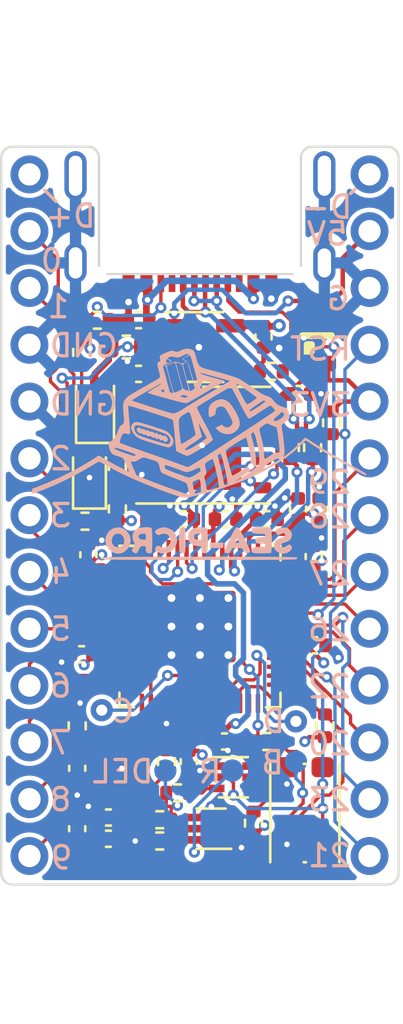
<source format=kicad_pcb>
(kicad_pcb (version 20211014) (generator pcbnew)
  (title_block (title "Sea Picro Reset") (date "2022-03-13") (rev "0.2") (company "Josh Johnson"))
  (layers (0 "F.Cu" signal) (1 "In1.Cu" signal) (2 "In2.Cu" signal) (31 "B.Cu" signal) (34 "B.Paste" user) (35 "F.Paste" user) (36 "B.SilkS" user "B.Silkscreen") (37 "F.SilkS" user "F.Silkscreen") (38 "B.Mask" user) (39 "F.Mask" user) (44 "Edge.Cuts" user))
  (net 0 "")
  (net 1 "GND")
  (net 2 "Net-(J1-PadA5)")
  (net 3 "Net-(J1-PadB5)")
  (net 4 "+5V")
  (net 5 "VBUS")
  (net 6 "Net-(D2-Pad2)")
  (net 7 "+3V3")
  (net 8 "/nRST")
  (net 9 "Net-(C6-Pad2)")
  (net 10 "Net-(C7-Pad2)")
  (net 11 "+1V1")
  (net 12 "Net-(D1-Pad2)")
  (net 14 "/LED_DO")
  (net 15 "/9")
  (net 16 "/8")
  (net 17 "/7")
  (net 18 "/6")
  (net 19 "/5")
  (net 20 "/4")
  (net 21 "/3_SCL1")
  (net 22 "/2_SDA1")
  (net 23 "/1_RX0")
  (net 24 "/0_TX0")
  (net 25 "/A3")
  (net 26 "/A2")
  (net 27 "/A1")
  (net 28 "/A0")
  (net 29 "/22_SCK")
  (net 30 "/20_MISO")
  (net 31 "/23_MOSI")
  (net 32 "/21_nCS")
  (net 33 "/FLASH_nCS")
  (net 34 "/USB+")
  (net 35 "/USB-")
  (net 36 "Net-(R9-Pad2)")
  (net 37 "/SWDCLK")
  (net 38 "/SWDIO")
  (net 40 "/FLASH_SD1")
  (net 41 "/FLASH_SD2")
  (net 42 "/FLASH_SD0")
  (net 43 "/FLASH_SCK")
  (net 44 "/FLASH_SD3")
  (net 45 "/D+")
  (net 46 "/D-")
  (net 47 "/SWITCH")
  (net 48 "/VBUS_DETECT")
  (net 49 "Net-(C19-Pad1)")
  (net 51 "Net-(Q1-Pad3)")
  (net 52 "Net-(Q1-Pad4)")
  (net 53 "/BOOT")
  (net 54 "Net-(R10-Pad1)")
  (net 64 "Net-(R11-Pad1)")
  (footprint "josh-connectors:Castellated_Short_P2.54x12" (layer "F.Cu") (at 133.8 78.58)
    (fp_text reference "J3" hide)
    (fp_text value "0.1\" x 12" hide)
  )
  (footprint "josh-connectors:Castellated_Short_P2.54x12" (layer "F.Cu") (at 118.56 106.52 180)
    (fp_text reference "J2" hide)
    (fp_text value "0.1\" x 12" hide)
  )
  (footprint "Resistor_SMD:R_0402_1005Metric" (layer "F.Cu") (at 121.05 91.55)
    (fp_text reference "R16" hide)
    (fp_text value "2K2")
  )
  (footprint "Capacitor_SMD:C_0402_1005Metric" (layer "F.Cu") (at 120.7 105.3 90)
    (fp_text reference "C19" hide)
    (fp_text value "4u7" hide)
  )
  (footprint "Resistor_SMD:R_0402_1005Metric" (layer "F.Cu") (at 122.5 91 90)
    (fp_text reference "R6" hide)
    (fp_text value "5K1" hide)
  )
  (footprint "Capacitor_SMD:C_0402_1005Metric" (layer "F.Cu") (at 131.55 91.01 90)
    (fp_text reference "C10" hide)
    (fp_text value "100n" hide)
  )
  (footprint "Capacitor_SMD:C_0402_1005Metric" (layer "F.Cu") (at 125.7 102.3 -90)
    (fp_text reference "C8" hide)
    (fp_text value "100n" hide)
  )
  (footprint "Capacitor_SMD:C_0402_1005Metric" (layer "F.Cu") (at 120.9 97.5 180)
    (fp_text reference "C11" hide)
    (fp_text value "100n" hide)
  )
  (footprint "Package_TO_SOT_SMD:SOT-23-5" (layer "F.Cu") (at 126.45 83.76)
    (fp_text reference "U1" hide)
    (fp_text value "ME6211C33M5G-N" hide)
  )
  (footprint "Resistor_SMD:R_0402_1005Metric" (layer "F.Cu") (at 122.5 89.1 90)
    (fp_text reference "R10" hide)
    (fp_text value "5K1" hide)
  )
  (footprint "josh-led:WS2812C-2020" (layer "F.Cu") (at 131.4 83.55 90)
    (fp_text reference "D3" hide)
    (fp_text value "WS2812C-2020" hide)
  )
  (footprint "Package_SON:WSON-8-1EP_6x5mm_P1.27mm_EP3.4x4mm" (layer "F.Cu") (at 126.35 88.15)
    (fp_text reference "U2" hide)
    (fp_text value "GD25Q64CWIGR")
  )
  (footprint "Resistor_SMD:R_0402_1005Metric" (layer "F.Cu") (at 124.7 102.3 90)
    (fp_text reference "R9" hide)
    (fp_text value "1K" hide)
  )
  (footprint "Resistor_SMD:R_0402_1005Metric" (layer "F.Cu") (at 130.25 88.26 -90)
    (fp_text reference "R7" hide)
    (fp_text value "27R" hide)
  )
  (footprint "Capacitor_SMD:C_0402_1005Metric" (layer "F.Cu") (at 129.05 83.31 -90)
    (fp_text reference "C2" hide)
    (fp_text value "4u7" hide)
  )
  (footprint "josh-connectors:USB-C_MID_MOUNT_918-418K2024S40000" (layer "F.Cu") (at 126.2 73.9)
    (fp_text reference "J1" hide)
    (fp_text value "USB_C_Receptacle_USB2.0")
    (fp_line (start -4.525 6.6) (end 4.525 6.6) (layer "Edge.Cuts") (width 0.1))
    (fp_line (start -4.525 3) (end -4.525 6.6) (layer "Edge.Cuts") (width 0.1))
    (fp_line (start 4.525 3) (end 4.525 6.6) (layer "Edge.Cuts") (width 0.1))
  )
  (footprint "Resistor_SMD:R_0402_1005Metric" (layer "F.Cu") (at 132.1 87.15 -90)
    (fp_text reference "R4" hide)
    (fp_text value "5K1" hide)
  )
  (footprint "Capacitor_SMD:C_0402_1005Metric" (layer "F.Cu") (at 121.2 93.05 90)
    (fp_text reference "C15" hide)
    (fp_text value "100n" hide)
  )
  (footprint "Resistor_SMD:R_0402_1005Metric" (layer "F.Cu") (at 124.4 105.85 180)
    (fp_text reference "R11" hide)
    (fp_text value "51K")
  )
  (footprint "Capacitor_SMD:C_0402_1005Metric" (layer "F.Cu") (at 122.1 104.8)
    (fp_text reference "C7" hide)
    (fp_text value "15p" hide)
  )
  (footprint "Resistor_SMD:R_0402_1005Metric" (layer "F.Cu") (at 129.2 101.4)
    (fp_text reference "R15" hide)
    (fp_text value "1K" hide)
  )
  (footprint "Capacitor_SMD:C_0402_1005Metric" (layer "F.Cu") (at 127.35 91.46 180)
    (fp_text reference "C12" hide)
    (fp_text value "2u2" hide)
  )
  (footprint "Capacitor_SMD:C_0402_1005Metric" (layer "F.Cu") (at 122.1 105.75 180)
    (fp_text reference "C5" hide)
    (fp_text value "4u7" hide)
  )
  (footprint "Capacitor_SMD:C_0402_1005Metric" (layer "F.Cu") (at 123.45 84.96 180)
    (fp_text reference "C1" hide)
    (fp_text value "4u7" hide)
  )
  (footprint "josh-connectors:PinHeader_1x01_P2.54mm_Circle" (layer "F.Cu") (at 118.56 76.04)
    (fp_text reference "J4" hide)
    (fp_text value "D+")
  )
  (footprint "josh-buttons-switches:SW_Push_KMR2" (layer "F.Cu") (at 130.9 104.6 90)
    (fp_text reference "SW1" hide)
    (fp_text value "SWITCH")
  )
  (footprint "Resistor_SMD:R_0402_1005Metric" (layer "F.Cu") (at 131.8 100.7 90)
    (fp_text reference "R12" hide)
    (fp_text value "5K1" hide)
  )
  (footprint "Resistor_SMD:R_0402_1005Metric" (layer "F.Cu") (at 128.6 105.05 90)
    (fp_text reference "R5" hide)
    (fp_text value "5K1" hide)
  )
  (footprint "Resistor_SMD:R_0402_1005Metric" (layer "F.Cu") (at 120.7 100.7 90)
    (fp_text reference "R17" hide)
    (fp_text value "5K1")
  )
  (footprint "Resistor_SMD:R_0402_1005Metric" (layer "F.Cu") (at 120.9 84 -90)
    (fp_text reference "R3" hide)
    (fp_text value "2K2")
  )
  (footprint "Resistor_SMD:R_0402_1005Metric" (layer "F.Cu") (at 129.4 84.85)
    (fp_text reference "R1" hide)
    (fp_text value "5K1" hide)
  )
  (footprint "josh-passives-smt:Fuse_0603_1608Metric" (layer "F.Cu") (at 122.9 83.76)
    (fp_text reference "F1" hide)
    (fp_text value "500mA" hide)
  )
  (footprint "Package_TO_SOT_SMD:SOT-563" (layer "F.Cu") (at 127.7 103)
    (fp_text reference "Q1" hide)
    (fp_text value "2N7002VC-7")
  )
  (footprint "Capacitor_SMD:C_0402_1005Metric" (layer "F.Cu") (at 120.7 102.6 90)
    (fp_text reference "C6" hide)
    (fp_text value "15p" hide)
  )
  (footprint "josh-dfn-qfn:RP2040-QFN-56" (layer "F.Cu") (at 126.2 96.26)
    (fp_text reference "U3" hide)
    (fp_text value "RP2040" hide)
  )
  (footprint "Resistor_SMD:R_0402_1005Metric" (layer "F.Cu") (at 125.2 103.7 180)
    (fp_text reference "R13" hide)
    (fp_text value "51K" hide)
  )
  (footprint "josh-connectors:PinHeader_1x01_P2.54mm_Circle" (layer "F.Cu") (at 133.8 76.04)
    (fp_text reference "J5" hide)
    (fp_text value "D-")
  )
  (footprint "Capacitor_SMD:C_0402_1005Metric" (layer "F.Cu") (at 130.65 85.86)
    (fp_text reference "C4" hide)
    (fp_text value "100n" hide)
  )
  (footprint "Capacitor_SMD:C_0402_1005Metric" (layer "F.Cu") (at 129.2 91.46)
    (fp_text reference "C9" hide)
    (fp_text value "2u2" hide)
  )
  (footprint "Capacitor_SMD:C_0402_1005Metric" (layer "F.Cu") (at 127.3 101.4)
    (fp_text reference "C17" hide)
    (fp_text value "100n" hide)
  )
  (footprint "Capacitor_SMD:C_0402_1005Metric" (layer "F.Cu") (at 131.35 97.1)
    (fp_text reference "C14" hide)
    (fp_text value "100n" hide)
  )
  (footprint "josh-oscillators:Crystal_SMD_2520-4Pin_2.5x2.0mm" (layer "F.Cu") (at 122.7 102.6 90)
    (fp_text reference "Y1" hide)
    (fp_text value "12MHz")
  )
  (footprint "LED_SMD:LED_0603_1608Metric" (layer "F.Cu") (at 121.25 89.5 90)
    (fp_text reference "D2" hide)
    (fp_text value "LED" hide)
  )
  (footprint "Resistor_SMD:R_0402_1005Metric" (layer "F.Cu") (at 121.6 82.56 180)
    (fp_text reference "R2" hide)
    (fp_text value "5K1" hide)
  )
  (footprint "Capacitor_SMD:C_0402_1005Metric" (layer "F.Cu") (at 125.45 91.46 180)
    (fp_text reference "C18" hide)
    (fp_text value "100n" hide)
  )
  (footprint "Diode_SMD:D_SOD-323" (layer "F.Cu") (at 121.5 86.55 90)
    (fp_text reference "D1" hide)
    (fp_text value "B5817WS" hide)
  )
  (footprint "Package_TO_SOT_SMD:SOT-563" (layer "F.Cu") (at 126.7 105.3 180)
    (fp_text reference "Q2" hide)
    (fp_text value "2N7002VC-7")
  )
  (footprint "Capacitor_SMD:C_0402_1005Metric" (layer "F.Cu") (at 130.6 91.01 90)
    (fp_text reference "C13" hide)
    (fp_text value "100n" hide)
  )
  (footprint "Capacitor_SMD:C_0402_1005Metric" (layer "F.Cu") (at 123.45 82.56 180)
    (fp_text reference "C3" hide)
    (fp_text value "4u7" hide)
  )
  (footprint "Capacitor_SMD:C_0402_1005Metric" (layer "F.Cu") (at 131.3 93.13 90)
    (fp_text reference "C16" hide)
    (fp_text value "100n" hide)
  )
  (footprint "Resistor_SMD:R_0402_1005Metric" (layer "F.Cu") (at 124.4 104.9 180)
    (fp_text reference "R14" hide)
    (fp_text value "51K" hide)
  )
  (footprint "Resistor_SMD:R_0402_1005Metric" (layer "F.Cu") (at 131.25 88.26 -90)
    (fp_text reference "R8" hide)
    (fp_text value "27R" hide)
  )
  (footprint "josh-test-point:TestPoint_SMDPad_D1.0mm_NO_SILK" (layer "B.Cu") (at 127.65 102.7 180)
    (fp_text reference "TP1" hide)
    (fp_text value "nRST")
  )
  (footprint "josh-test-point:TestPoint_THTPad_D1.0mm_Drill0.5mm_NO_SILK" (layer "B.Cu") (at 130.5 100.5 180)
    (fp_text reference "TP5" hide)
    (fp_text value "IO")
  )
  (footprint "josh-test-point:TestPoint_SMDPad_D1.0mm_NO_SILK" (layer "B.Cu") (at 130.5 102.3 180)
    (fp_text reference "TP3" hide)
    (fp_text value "BOOT")
  )
  (footprint "josh-test-point:TestPoint_SMDPad_D1.0mm_NO_SILK" (layer "B.Cu") (at 124.65 102.7 180)
    (fp_text reference "TP2" hide)
    (fp_text value "DELAY")
  )
  (footprint "josh-logos:sea-picro-silk" (layer "B.Cu") (at 126.2 88.6 180)
    (fp_text reference "LOGO2" hide)
    (fp_text value "Sea-Picro" hide)
  )
  (footprint "josh-test-point:TestPoint_THTPad_D1.0mm_Drill0.5mm_NO_SILK" (layer "B.Cu") (at 121.8 100 180)
    (fp_text reference "TP4" hide)
    (fp_text value "CLK")
  )
  (footprint "josh-logos:OSHW_Logo_3.6x3.6_F.Mask" (layer "B.Cu") (at 126.2 99.8 180)
    (fp_text reference "LOGO1" hide)
    (fp_text value "Logo_Open_Hardware_Small" hide)
  )
  (gr_line (start 119.75 77.25) (end 119.25 76.75) (layer "B.SilkS") (width 0.15))
  (gr_line (start 133.15 76.7) (end 132.95 76.9) (layer "B.SilkS") (width 0.15))
  (gr_line (start 117.3 75.3) (end 117.3 107.3) (layer "Edge.Cuts") (width 0.1))
  (gr_line (start 117.8 107.8) (end 134.6 107.8) (layer "Edge.Cuts") (width 0.1))
  (gr_line (start 131.225 74.8) (end 134.6 74.8) (layer "Edge.Cuts") (width 0.1))
  (gr_line (start 121.175 74.8) (end 117.8 74.8) (layer "Edge.Cuts") (width 0.1))
  (gr_arc (start 130.725 75.3) (mid 130.871447 74.946447) (end 131.225 74.8) (layer "Edge.Cuts") (width 0.1))
  (gr_arc (start 117.3 75.3) (mid 117.446447 74.946447) (end 117.8 74.8) (layer "Edge.Cuts") (width 0.1))
  (gr_line (start 121.675 76.9) (end 121.675 75.3) (layer "Edge.Cuts") (width 0.1))
  (gr_line (start 135.1 107.3) (end 135.1 75.3) (layer "Edge.Cuts") (width 0.1))
  (gr_arc (start 135.1 107.3) (mid 134.953553 107.653553) (end 134.6 107.8) (layer "Edge.Cuts") (width 0.1))
  (gr_arc (start 134.6 74.8) (mid 134.953553 74.946447) (end 135.1 75.3) (layer "Edge.Cuts") (width 0.1))
  (gr_arc (start 117.8 107.8) (mid 117.446447 107.653553) (end 117.3 107.3) (layer "Edge.Cuts") (width 0.1))
  (gr_line (start 130.725 76.9) (end 130.725 75.3) (layer "Edge.Cuts") (width 0.1))
  (gr_arc (start 121.175 74.8) (mid 121.528553 74.946447) (end 121.675 75.3) (layer "Edge.Cuts") (width 0.1))
  (gr_text "23" (at 132 104) (layer "B.SilkS") (effects (font (size 1 1)) (justify mirror)))
  (gr_text "21" (at 132 106.5) (layer "B.SilkS") (effects (font (size 1 1)) (justify mirror)))
  (gr_text "GND" (at 121 86.3) (layer "B.SilkS") (effects (font (size 1 1)) (justify mirror)))
  (gr_text "27" (at 132.004762 93.9) (layer "B.SilkS") (effects (font (size 1 1)) (justify mirror)))
  (gr_text "G" (at 132.4 81.6) (layer "B.SilkS") (effects (font (size 1 1)) (justify mirror)))
  (gr_text "4" (at 119.95 93.833332) (layer "B.SilkS") (effects (font (size 1 1)) (justify mirror)))
  (gr_text "7" (at 119.95 101.45833) (layer "B.SilkS") (effects (font (size 1 1)) (justify mirror)))
  (gr_text "9" (at 120 106.6) (layer "B.SilkS") (effects (font (size 1 1)) (justify mirror)))
  (gr_text "1" (at 119.85 81.95) (layer "B.SilkS") (effects (font (size 1 1)) (justify mirror)))
  (gr_text "3" (at 119.95 91.3) (layer "B.SilkS") (effects (font (size 1 1)) (justify mirror)))
  (gr_text "D+" (at 120.4 77.9) (layer "B.SilkS") (effects (font (size 1 1)) (justify mirror)))
  (gr_text "28" (at 132.004762 91.35) (layer "B.SilkS") (effects (font (size 1 1)) (justify mirror)))
  (gr_text "C" (at 122.75 100.05) (layer "B.SilkS") (effects (font (size 1 1)) (justify mirror)))
  (gr_text "RST" (at 131.6 83.85) (layer "B.SilkS") (effects (font (size 1 1)) (justify mirror)))
  (gr_text "R" (at 126.65 102.75) (layer "B.SilkS") (effects (font (size 1 1)) (justify mirror)))
  (gr_text "29" (at 132 89.8) (layer "B.SilkS") (effects (font (size 1 1)) (justify mirror)))
  (gr_text "GND" (at 121 83.7) (layer "B.SilkS") (effects (font (size 1 1)) (justify mirror)))
  (gr_text "B" (at 129.45 102.35) (layer "B.SilkS") (effects (font (size 1 1)) (justify mirror)))
  (gr_text "5V" (at 131.9 78.7) (layer "B.SilkS") (effects (font (size 1 1)) (justify mirror)))
  (gr_text "26" (at 132 96.4) (layer "B.SilkS") (effects (font (size 1 1)) (justify mirror)))
  (gr_text "5" (at 119.95 96.374998) (layer "B.SilkS") (effects (font (size 1 1)) (justify mirror)))
  (gr_text "DEL" (at 122.75 102.75) (layer "B.SilkS") (effects (font (size 1 1)) (justify mirror)))
  (gr_text "8" (at 119.95 104) (layer "B.SilkS") (effects (font (size 1 1)) (justify mirror)))
  (gr_text "D" (at 129.5 100.5) (layer "B.SilkS") (effects (font (size 1 1)) (justify mirror)))
  (gr_text "D-" (at 131.9 77.5) (layer "B.SilkS") (effects (font (size 1 1)) (justify mirror)))
  (gr_text "0" (at 119.55 79.9) (layer "B.SilkS") (effects (font (size 1 1)) (justify mirror)))
  (gr_text "2" (at 119.95 88.75) (layer "B.SilkS") (effects (font (size 1 1)) (justify mirror)))
  (gr_text "20" (at 132 101.5) (layer "B.SilkS") (effects (font (size 1 1)) (justify mirror)))
  (gr_text "22" (at 132 98.95) (layer "B.SilkS") (effects (font (size 1 1)) (justify mirror)))
  (gr_text "6" (at 119.95 98.916664) (layer "B.SilkS") (effects (font (size 1 1)) (justify mirror)))
  (gr_text "3V3" (at 131.57619 86.35) (layer "B.SilkS") (effects (font (size 1 1)) (justify mirror)))
  (segment (start 121.2 104.32) (end 120.7 104.82) (width 0.2) (layer "F.Cu") (net 1))
  (segment (start 128.89 84.85) (end 128.89 84.56) (width 0.2) (layer "F.Cu") (net 1))
  (segment (start 131.649529 92.300471) (end 131.651967 92.300471) (width 0.2) (layer "F.Cu") (net 1))
  (segment (start 124.97 90.979503) (end 124.850497 90.86) (width 0.2) (layer "F.Cu") (net 1))
  (segment (start 130.1 102.35) (end 130.1 103.29911) (width 0.2) (layer "F.Cu") (net 1))
  (segment (start 126.4 102.5) (end 126.2 102.7) (width 0.2) (layer "F.Cu") (net 1))
  (segment (start 121.62 104.8) (end 121.62 104.72) (width 0.2) (layer "F.Cu") (net 1))
  (segment (start 123.4 101.9) (end 122.7 102.6) (width 0.2) (layer "F.Cu") (net 1))
  (segment (start 121.2 104.3) (end 121.2 104.32) (width 0.2) (layer "F.Cu") (net 1))
  (segment (start 125.3125 83.76) (end 126.140045 83.76) (width 0.3) (layer "F.Cu") (net 1))
  (segment (start 126.13 104.8) (end 126.619477 104.310523) (width 0.2) (layer "F.Cu") (net 1))
  (segment (start 127.83 91.46) (end 127.83 90.74) (width 0.2) (layer "F.Cu") (net 1))
  (segment (start 129.05 83.79) (end 129.06713 83.80713) (width 0.3) (layer "F.Cu") (net 1))
  (segment (start 131.3 92.65) (end 131.649529 92.300471) (width 0.2) (layer "F.Cu") (net 1))
  (segment (start 120.42 97.5) (end 120.35 97.5) (width 0.2) (layer "F.Cu") (net 1))
  (segment (start 122.7 102.6) (end 122.7 102.775) (width 0.2) (layer "F.Cu") (net 1))
  (segment (start 120.7 103.08) (end 120.7 103.8) (width 0.2) (layer "F.Cu") (net 1))
  (segment (start 122.7 102.775) (end 122 103.475) (width 0.2) (layer "F.Cu") (net 1))
  (segment (start 121.63 92.57) (end 121.8 92.4) (width 0.2) (layer "F.Cu") (net 1))
  (segment (start 124.758585 100.6) (end 124.7 100.6) (width 0.2) (layer "F.Cu") (net 1))
  (segment (start 125.2 99.6975) (end 125.2 100.158585) (width 0.2) (layer "F.Cu") (net 1))
  (segment (start 123.6 89.466046) (end 123.596977 89.463023) (width 0.2) (layer "F.Cu") (net 1))
  (segment (start 131.85 97.1) (end 132.4 97.65) (width 0.2) (layer "F.Cu") (net 1))
  (segment (start 121.62 104.72) (end 121.2 104.3) (width 0.2) (layer "F.Cu") (net 1))
  (segment (start 130.57 90.53) (end 130.55 90.51) (width 0.2) (layer "F.Cu") (net 1))
  (segment (start 123.4 101.725) (end 123.4 101.9) (width 0.2) (layer "F.Cu") (net 1))
  (segment (start 120.7 100.19) (end 120.7 99.807202) (width 0.2) (layer "F.Cu") (net 1))
  (segment (start 126.12 102.78) (end 126.2 102.7) (width 0.2) (layer "F.Cu") (net 1))
  (segment (start 129.4 80.9) (end 129.4 81.6) (width 0.3) (layer "F.Cu") (net 1))
  (segment (start 121.2 92.57) (end 121.63 92.57) (width 0.2) (layer "F.Cu") (net 1))
  (segment (start 127.45 105.8) (end 127.715446 105.8) (width 0.2) (layer "F.Cu") (net 1))
  (segment (start 131.83 97.1) (end 131.85 97.1) (width 0.2) (layer "F.Cu") (net 1))
  (segment (start 123 80.9) (end 123 81.75) (width 0.3) (layer "F.Cu") (net 1))
  (segment (start 123.89 105.85) (end 123.3 105.85) (width 0.2) (layer "F.Cu") (net 1))
  (segment (start 127.83 90.74) (end 127.65 90.56) (width 0.2) (layer "F.Cu") (net 1))
  (segment (start 130.1 103.29911) (end 130.097625 103.301485) (width 0.2) (layer "F.Cu") (net 1))
  (segment (start 130.55 90.51) (end 130 90.51) (width 0.2) (layer "F.Cu") (net 1))
  (segment (start 126.619477 104.310523) (end 126.710523 104.310523) (width 0.2) (layer "F.Cu") (net 1))
  (segment (start 127.45 101.73) (end 127.45 101.8) (width 0.2) (layer "F.Cu") (net 1))
  (segment (start 120.35 97.5) (end 120 97.85) (width 0.2) (layer "F.Cu") (net 1))
  (segment (start 122.97 82.56) (end 122.11 82.56) (width 0.3) (layer "F.Cu") (net 1))
  (segment (start 120.7 99.807202) (end 120.827966 99.679236) (width 0.2) (layer "F.Cu") (net 1))
  (segment (start 121.62 105.75) (end 121.62 104.8) (width 0.2) (layer "F.Cu") (net 1))
  (segment (start 128.89 84.56) (end 129.05 84.4) (width 0.2) (layer "F.Cu") (net 1))
  (segment (start 126.95 102.5) (end 126.4 102.5) (width 0.2) (layer "F.Cu") (net 1))
  (segment (start 129.05 84.4) (end 129.05 83.79) (width 0.2) (layer "F.Cu") (net 1))
  (segment (start 125.7 102.78) (end 126.12 102.78) (width 0.2) (layer "F.Cu") (net 1))
  (segment (start 131.55 90.53) (end 131.55 90.01) (width 0.2) (layer "F.Cu") (net 1))
  (segment (start 130.85 82.65) (end 130.85 83.35) (width 0.2) (layer "F.Cu") (net 1))
  (segment (start 123.6 90.065) (end 123.6 89.466046) (width 0.2) (layer "F.Cu") (net 1))
  (segment (start 122.97 84.41947) (end 122.950032 84.399502) (width 0.3) (layer "F.Cu") (net 1))
  (segment (start 131.6155 85.86) (end 131.6255 85.85) (width 0.2) (layer "F.Cu") (net 1))
  (segment (start 124.97 91.46) (end 124.97 90.979503) (width 0.2) (layer "F.Cu") (net 1))
  (segment (start 126.140045 83.76) (end 126.151561 83.771516) (width 0.3) (layer "F.Cu") (net 1))
  (segment (start 129.06713 83.80713) (end 129.75 83.80713) (width 0.3) (layer "F.Cu") (net 1))
  (segment (start 123 81.75) (end 123 82.53) (width 0.3) (layer "F.Cu") (net 1))
  (segment (start 127.78 101.4) (end 127.45 101.73) (width 0.2) (layer "F.Cu") (net 1))
  (segment (start 123 82.53) (end 122.97 82.56) (width 0.3) (layer "F.Cu") (net 1))
  (segment (start 125.2 100.158585) (end 124.758585 100.6) (width 0.2) (layer "F.Cu") (net 1))
  (segment (start 129.68 90.990001) (end 129.561757 90.871758) (width 0.2) (layer "F.Cu") (net 1))
  (segment (start 127.715446 105.8) (end 128.060247 106.144801) (width 0.2) (layer "F.Cu") (net 1))
  (segment (start 125.95 104.8) (end 126.13 104.8) (width 0.2) (layer "F.Cu") (net 1))
  (segment (start 130.1 106.65) (end 130.1 106) (width 0.2) (layer "F.Cu") (net 1))
  (segment (start 131.13 85.86) (end 131.6155 85.86) (width 0.2) (layer "F.Cu") (net 1))
  (segment (start 122.97 84.96) (end 122.97 84.41947) (width 0.3) (layer "F.Cu") (net 1))
  (segment (start 121.25 90.2875) (end 121.25 89.6) (width 0.15) (layer "F.Cu") (net 1))
  (segment (start 129.68 91.46) (end 129.68 90.990001) (width 0.2) (layer "F.Cu") (net 1))
  (via (at 120.7 103.8) (size 0.5) (drill 0.25) (layers "F.Cu" "B.Cu") (net 1))
  (via (at 126.2 102.7) (size 0.5) (drill 0.25) (layers "F.Cu" "B.Cu") (net 1))
  (via (at 130.85 83.35) (size 0.5) (drill 0.25) (layers "F.Cu" "B.Cu") (net 1))
  (via (at 132.4 97.65) (size 0.5) (drill 0.25) (layers "F.Cu" "B.Cu") (net 1))
  (via (at 122.950032 84.399502) (size 0.5) (drill 0.25) (layers "F.Cu" "B.Cu") (net 1))
  (via (at 131.6255 85.85) (size 0.5) (drill 0.25) (layers "F.Cu" "B.Cu") (net 1))
  (via (at 129.561757 90.871758) (size 0.5) (drill 0.25) (layers "F.Cu" "B.Cu") (net 1))
  (via (at 126.710523 104.310523) (size 0.5) (drill 0.25) (layers "F.Cu" "B.Cu") (net 1))
  (via (at 128.060247 106.144801) (size 0.5) (drill 0.25) (layers "F.Cu" "B.Cu") (net 1))
  (via (at 121.25 89.6) (size 0.5) (drill 0.25) (layers "F.Cu" "B.Cu") (net 1))
  (via (at 122.7 102.6) (size 0.5) (drill 0.25) (layers "F.Cu" "B.Cu") (net 1))
  (via (at 120.827966 99.679236) (size 0.5) (drill 0.25) (layers "F.Cu" "B.Cu") (net 1))
  (via (at 120 97.85) (size 0.5) (drill 0.25) (layers "F.Cu" "B.Cu") (net 1))
  (via (at 126.3 88.16) (size 0.5) (drill 0.25) (layers "F.Cu" "B.Cu") (net 1))
  (via (at 126.151561 83.771516) (size 0.6) (drill 0.3) (layers "F.Cu" "B.Cu") (net 1))
  (via (at 127.65 90.56) (size 0.5) (drill 0.25) (layers "F.Cu" "B.Cu") (net 1))
  (via (at 129.75 83.80713) (size 0.6) (drill 0.3) (layers "F.Cu" "B.Cu") (net 1))
  (via (at 129.4 81.6) (size 0.6) (drill 0.3) (layers "F.Cu" "B.Cu") (net 1))
  (via (at 130 90.51) (size 0.5) (drill 0.25) (layers "F.Cu" "B.Cu") (net 1))
  (via (at 130.097625 103.301485) (size 0.5) (drill 0.25) (layers "F.Cu" "B.Cu") (net 1))
  (via (at 130.1 106) (size 0.5) (drill 0.25) (layers "F.Cu" "B.Cu") (net 1))
  (via (at 121.8 92.4) (size 0.5) (drill 0.25) (layers "F.Cu" "B.Cu") (net 1))
  (via (at 121.2 104.3) (size 0.5) (drill 0.25) (layers "F.Cu" "B.Cu") (net 1))
  (via (at 131.55 90.01) (size 0.5) (drill 0.25) (layers "F.Cu" "B.Cu") (net 1))
  (via (at 127.45 101.8) (size 0.5) (drill 0.25) (layers "F.Cu" "B.Cu") (net 1))
  (via (at 131.651967 92.300471) (size 0.5) (drill 0.25) (layers "F.Cu" "B.Cu") (net 1))
  (via (at 124.7 100.6) (size 0.5) (drill 0.25) (layers "F.Cu" "B.Cu") (net 1))
  (via (at 123.3 105.85) (size 0.5) (drill 0.25) (layers "F.Cu" "B.Cu") (net 1))
  (via (at 123.596977 89.463023) (size 0.5) (drill 0.25) (layers "F.Cu" "B.Cu") (net 1))
  (via (at 124.850497 90.86) (size 0.5) (drill 0.25) (layers "F.Cu" "B.Cu") (net 1))
  (via (at 123 81.75) (size 0.6) (drill 0.3) (layers "F.Cu" "B.Cu") (net 1))
  (segment (start 130.274501 82.582743) (end 129.891758 82.2) (width 0.15) (layer "F.Cu") (net 2))
  (segment (start 130.274501 84.485499) (end 130.274501 82.582743) (width 0.15) (layer "F.Cu") (net 2))
  (segment (start 129.891758 82.2) (end 127.95 82.2) (width 0.15) (layer "F.Cu") (net 2))
  (segment (start 127.95 82.2) (end 127.45 81.7) (width 0.15) (layer "F.Cu") (net 2))
  (segment (start 127.45 81.7) (end 127.45 80.9) (width 0.15) (layer "F.Cu") (net 2))
  (segment (start 129.91 84.85) (end 130.274501 84.485499) (width 0.15) (layer "F.Cu") (net 2))
  (segment (start 121.09 82.56) (end 121.6 82.05) (width 0.15) (layer "F.Cu") (net 3))
  (segment (start 121.6 82.05) (end 121.6 81.96697) (width 0.15) (layer "F.Cu") (net 3))
  (segment (start 124.45 80.9) (end 124.45 82) (width 0.15) (layer "F.Cu") (net 3))
  (via (at 124.45 82) (size 0.5) (drill 0.25) (layers "F.Cu" "B.Cu") (net 3))
  (via (at 121.6 81.96697) (size 0.5) (drill 0.25) (layers "F.Cu" "B.Cu") (net 3))
  (segment (start 124.45 82) (end 124.1 82.35) (width 0.15) (layer "B.Cu") (net 3))
  (segment (start 121.98303 82.35) (end 121.6 81.96697) (width 0.15) (layer "B.Cu") (net 3))
  (segment (start 124.1 82.35) (end 121.98303 82.35) (width 0.15) (layer "B.Cu") (net 3))
  (segment (start 124.18 84.71) (end 125.3125 84.71) (width 0.3) (layer "F.Cu") (net 4))
  (segment (start 125.049152 82.250814) (end 125.049152 82.546652) (width 0.2) (layer "F.Cu") (net 4))
  (segment (start 126.15 82.81) (end 125.3125 82.81) (width 0.3) (layer "F.Cu") (net 4))
  (segment (start 122.5 85.6) (end 121.5 86.6) (width 0.3) (layer "F.Cu") (net 4))
  (segment (start 133.8 78.58) (end 132.6 79.78) (width 0.2) (layer "F.Cu") (net 4))
  (segment (start 130.3 81.7) (end 130.15 81.7) (width 0.2) (layer "F.Cu") (net 4))
  (segment (start 126.2 84.71) (end 126.8 84.11) (width 0.3) (layer "F.Cu") (net 4))
  (segment (start 123.93 84.96) (end 123.29 85.6) (width 0.3) (layer "F.Cu") (net 4))
  (segment (start 126.8 84.11) (end 126.8 83.46) (width 0.3) (layer "F.Cu") (net 4))
  (segment (start 123.93 84.96) (end 124.18 84.71) (width 0.3) (layer "F.Cu") (net 4))
  (segment (start 121.5 86.6) (end 121.5 87.6) (width 0.3) (layer "F.Cu") (net 4))
  (segment (start 126.8 83.46) (end 126.15 82.81) (width 0.3) (layer "F.Cu") (net 4))
  (segment (start 125.049152 82.546652) (end 125.3125 82.81) (width 0.2) (layer "F.Cu") (net 4))
  (segment (start 132.15 81.7) (end 130.3 81.7) (width 0.2) (layer "F.Cu") (net 4))
  (segment (start 132.6 81.25) (end 132.15 81.7) (width 0.2) (layer "F.Cu") (net 4))
  (segment (start 123.29 85.6) (end 122.5 85.6) (width 0.3) (layer "F.Cu") (net 4))
  (segment (start 125.3125 84.71) (end 126.2 84.71) (width 0.3) (layer "F.Cu") (net 4))
  (segment (start 132.6 79.78) (end 132.6 81.25) (width 0.2) (layer "F.Cu") (net 4))
  (via (at 130.15 81.7) (size 0.5) (drill 0.25) (layers "F.Cu" "B.Cu") (net 4))
  (via (at 125.049152 82.250814) (size 0.5) (drill 0.25) (layers "F.Cu" "B.Cu") (net 4))
  (segment (start 125.049152 81.800848) (end 125.049152 82.250814) (width 0.2) (layer "B.Cu") (net 4))
  (segment (start 128.25 82.25) (end 127.199511 81.199511) (width 0.2) (layer "B.Cu") (net 4))
  (segment (start 129.6 82.25) (end 128.25 82.25) (width 0.2) (layer "B.Cu") (net 4))
  (segment (start 130.15 81.7) (end 129.6 82.25) (width 0.2) (layer "B.Cu") (net 4))
  (segment (start 127.199511 81.199511) (end 125.650489 81.199511) (width 0.2) (layer "B.Cu") (net 4))
  (segment (start 125.650489 81.199511) (end 125.049152 81.800848) (width 0.2) (layer "B.Cu") (net 4))
  (segment (start 123.93 83.5175) (end 123.6875 83.76) (width 0.3) (layer "F.Cu") (net 5))
  (segment (start 123.8 80.9) (end 123.8 82.43) (width 0.3) (layer "F.Cu") (net 5))
  (segment (start 120.249519 85.375019) (end 120.022773 85.148273) (width 0.15) (layer "F.Cu") (net 5))
  (segment (start 122.9595 83.76) (end 122.9495 83.75) (width 0.15) (layer "F.Cu") (net 5))
  (segment (start 123.93 82.56) (end 123.93 83.5175) (width 0.3) (layer "F.Cu") (net 5))
  (segment (start 123.8 82.43) (end 123.93 82.56) (width 0.3) (layer "F.Cu") (net 5))
  (segment (start 120.54 91.55) (end 120.54 91.19) (width 0.15) (layer "F.Cu") (net 5))
  (segment (start 128.6 80.9) (end 128.6 81.6) (width 0.3) (layer "F.Cu") (net 5))
  (segment (start 120.249519 90.899519) (end 120.249519 85.375019) (width 0.15) (layer "F.Cu") (net 5))
  (segment (start 120.54 91.19) (end 120.249519 90.899519) (width 0.15) (layer "F.Cu") (net 5))
  (segment (start 123.6875 83.76) (end 122.9595 83.76) (width 0.15) (layer "F.Cu") (net 5))
  (via (at 123.85 81.65) (size 0.5) (drill 0.25) (layers "F.Cu" "B.Cu") (net 5))
  (via (at 120.022773 85.148273) (size 0.5) (drill 0.25) (layers "F.Cu" "B.Cu") (net 5))
  (via (at 128.6 81.6) (size 0.5) (drill 0.25) (layers "F.Cu" "B.Cu") (net 5))
  (via (at 122.9495 83.75) (size 0.5) (drill 0.25) (layers "F.Cu" "B.Cu") (net 5))
  (segment (start 122.9495 83.75) (end 122.65 83.75) (width 0.15) (layer "B.Cu") (net 5))
  (segment (start 128.6 81.6) (end 127.8 80.8) (width 0.3) (layer "B.Cu") (net 5))
  (segment (start 122.65 83.75) (end 121.251727 85.148273) (width 0.15) (layer "B.Cu") (net 5))
  (segment (start 121.251727 85.148273) (end 120.022773 85.148273) (width 0.15) (layer "B.Cu") (net 5))
  (segment (start 124.7 80.8) (end 123.85 81.65) (width 0.3) (layer "B.Cu") (net 5))
  (segment (start 127.8 80.8) (end 124.7 80.8) (width 0.3) (layer "B.Cu") (net 5))
  (segment (start 121.1 88.8125) (end 121.1 88.2) (width 0.15) (layer "F.Cu") (net 6))
  (segment (start 120.9 88) (end 120.9 84.46) (width 0.15) (layer "F.Cu") (net 6))
  (segment (start 121.1 88.2) (end 120.9 88) (width 0.15) (layer "F.Cu") (net 6))
  (segment (start 129.6375 97.26) (end 130.71 97.26) (width 0.2) (layer "F.Cu") (net 7))
  (segment (start 130.78 85.25) (end 130.17 85.86) (width 0.2) (layer "F.Cu") (net 7))
  (segment (start 130.87 97.1) (end 130.963955 97.1) (width 0.2) (layer "F.Cu") (net 7))
  (segment (start 129.03 82.81) (end 129.05 82.83) (width 0.3) (layer "F.Cu") (net 7))
  (segment (start 130.88 91.21) (end 131.3 91.21) (width 0.2) (layer "F.Cu") (net 7))
  (segment (start 126.8 92.8225) (end 126.8 92.01) (width 0.2) (layer "F.Cu") (net 7))
  (segment (start 121.38 97.5) (end 121.38 97.599146) (width 0.2) (layer "F.Cu") (net 7))
  (segment (start 128.564284 92.11) (end 129.98 92.11) (width 0.2) (layer "F.Cu") (net 7))
  (segment (start 120.9 83.4501) (end 121.2755 83.8256) (width 0.2) (layer "F.Cu") (net 7))
  (segment (start 129.8875 92.8225) (end 130.61 92.1) (width 0.2) (layer "F.Cu") (net 7))
  (segment (start 126.8 92.01) (end 126.8 91.53) (width 0.2) (layer "F.Cu") (net 7))
  (segment (start 126.4 99.6975) (end 126.4 100.6) (width 0.2) (layer "F.Cu") (net 7))
  (segment (start 121.746582 97.5) (end 121.38 97.5) (width 0.2) (layer "F.Cu") (net 7))
  (segment (start 126.87 91.46) (end 126.87 91.078901) (width 0.2) (layer "F.Cu") (net 7))
  (segment (start 121.88 93.53) (end 122.01 93.66) (width 0.2) (layer "F.Cu") (net 7))
  (segment (start 131.95 85.25) (end 132.85 85.25) (width 0.2) (layer "F.Cu") (net 7))
  (segment (start 130.61 92.1) (end 130.96 92.1) (width 0.2) (layer "F.Cu") (net 7))
  (segment (start 129.6375 93.66) (end 131.25 93.66) (width 0.2) (layer "F.Cu") (net 7))
  (segment (start 126.8 91.53) (end 126.87 91.46) (width 0.2) (layer "F.Cu") (net 7))
  (segment (start 131.3 91.24) (end 131.3 91.21) (width 0.2) (layer "F.Cu") (net 7))
  (segment (start 126.87 91.078901) (end 127.058296 90.890605) (width 0.2) (layer "F.Cu") (net 7))
  (segment (start 130.96 92.1) (end 131.55 91.51) (width 0.2) (layer "F.Cu") (net 7))
  (segment (start 122.7625 97.26) (end 121.986582 97.26) (width 0.2) (layer "F.Cu") (net 7))
  (segment (start 126.4 92.8225) (end 126.4 92.21) (width 0.2) (layer "F.Cu") (net 7))
  (segment (start 131.55 91.49) (end 131.3 91.24) (width 0.2) (layer "F.Cu") (net 7))
  (segment (start 122.01 93.66) (end 122.7625 93.66) (width 0.2) (layer "F.Cu") (net 7))
  (segment (start 127.5875 82.81) (end 129.03 82.81) (width 0.3) (layer "F.Cu") (net 7))
  (segment (start 131.2 85.25) (end 131.95 85.25) (width 0.2) (layer "F.Cu") (net 7))
  (segment (start 126.4 92.21) (end 126.6 92.01) (width 0.2) (layer "F.Cu") (net 7))
  (segment (start 131.3 93.61) (end 131.35 93.61) (width 0.2) (layer "F.Cu") (net 7))
  (segment (start 128.6 105.61) (end 128.64 105.61) (width 0.2) (layer "F.Cu") (net 7))
  (segment (start 123.110501 91.51) (end 123.1255 91.524999) (width 0.2) (layer "F.Cu") (net 7))
  (segment (start 129.72 82.83) (end 129.75 82.8) (width 0.3) (layer "F.Cu") (net 7))
  (segment (start 130.6 91.49) (end 130.88 91.21) (width 0.2) (layer "F.Cu") (net 7))
  (segment (start 121.2 93.53) (end 121.68 93.05) (width 0.2) (layer "F.Cu") (net 7))
  (segment (start 132.54 86.2) (end 132.1 86.64) (width 0.2) (layer "F.Cu") (net 7))
  (segment (start 131.09 101.21) (end 130.9 101.4) (width 0.2) (layer "F.Cu") (net 7))
  (segment (start 121.38 97.599146) (end 121.006859 97.972287) (width 0.2) (layer "F.Cu") (net 7))
  (segment (start 126.1 100.9) (end 126.1 101.42) (width 0.2) (layer "F.Cu") (net 7))
  (segment (start 121.2 93.53) (end 121.88 93.53) (width 0.2) (layer "F.Cu") (net 7))
  (segment (start 131.8 101.21) (end 131.09 101.21) (width 0.2) (layer "F.Cu") (net 7))
  (segment (start 129.505 86.245) (end 128.9625 86.245) (width 0.2) (layer "F.Cu") (net 7))
  (segment (start 126.6 92.01) (end 126.8 92.01) (width 0.2) (layer "F.Cu") (net 7))
  (segment (start 128.4 92.8225) (end 128.4 92.274284) (width 0.2) (layer "F.Cu") (net 7))
  (segment (start 129.98 92.11) (end 130.6 91.49) (width 0.2) (layer "F.Cu") (net 7))
  (segment (start 130.963955 97.1) (end 131.746095 97.88214) (width 0.2) (layer "F.Cu") (net 7))
  (segment (start 126.1 101.42) (end 125.7 101.82) (width 0.2) (layer "F.Cu") (net 7))
  (segment (start 121.986582 97.26) (end 121.746582 97.5) (width 0.2) (layer "F.Cu") (net 7))
  (segment (start 130.71 97.26) (end 130.87 97.1) (width 0.2) (layer "F.Cu") (net 7))
  (segment (start 121.68 93.05) (end 121.8 93.05) (width 0.2) (layer "F.Cu") (net 7))
  (segment (start 128.8 92.8225) (end 129.8875 92.8225) (width 0.2) (layer "F.Cu") (net 7))
  (segment (start 131.2 85.25) (end 131.1 85.25) (width 0.2) (layer "F.Cu") (net 7))
  (segment (start 131.1 85.25) (end 130.78 85.25) (width 0.2) (layer "F.Cu") (net 7))
  (segment (start 131.35 93.61) (end 131.65 93.31) (width 0.2) (layer "F.Cu") (net 7))
  (segment (start 132.85 85.25) (end 133.8 86.2) (width 0.2) (layer "F.Cu") (net 7))
  (segment (start 130.17 85.86) (end 129.89 85.86) (width 0.2) (layer "F.Cu") (net 7))
  (segment (start 131.95 84.5) (end 131.95 85.25) (width 0.2) (layer "F.Cu") (net 7))
  (segment (start 131.25 93.66) (end 131.3 93.61) (width 0.2) (layer "F.Cu") (net 7))
  (segment (start 133.8 86.2) (end 132.54 86.2) (width 0.2) (layer "F.Cu") (net 7))
  (segment (start 129.05 82.83) (end 129.72 82.83) (width 0.3) (layer "F.Cu") (net 7))
  (segment (start 131.55 91.51) (end 131.55 91.49) (width 0.2) (layer "F.Cu") (net 7))
  (segment (start 129.89 85.86) (end 129.505 86.245) (width 0.2) (layer "F.Cu") (net 7))
  (segment (start 122.4 91.51) (end 123.110501 91.51) (width 0.2) (layer "F.Cu") (net 7))
  (segment (start 126.12 101.82) (end 126.3 102) (width 0.2) (layer "F.Cu") (net 7))
  (segment (start 128.4 92.274284) (end 128.564284 92.11) (width 0.2) (layer "F.Cu") (net 7))
  (segment (start 125.7 101.82) (end 126.12 101.82) (width 0.2) (layer "F.Cu") (net 7))
  (segment (start 128.64 105.61) (end 129.1 105.15) (width 0.2) (layer "F.Cu") (net 7))
  (segment (start 126.4 100.6) (end 126.1 100.9) (width 0.2) (layer "F.Cu") (net 7))
  (via (at 126.3 102) (size 0.5) (drill 0.25) (layers "F.Cu" "B.Cu") (net 7))
  (via (at 130.9 101.4) (size 0.5) (drill 0.25) (layers "F.Cu" "B.Cu") (net 7))
  (via (at 131.746095 97.88214) (size 0.5) (drill 0.25) (layers "F.Cu" "B.Cu") (net 7))
  (via (at 131.3 91.21) (size 0.5) (drill 0.25) (layers "F.Cu" "B.Cu") (net 7))
  (via (at 121.2755 83.8256) (size 0.5) (drill 0.25) (layers "F.Cu" "B.Cu") (net 7))
  (via (at 131.65 93.31) (size 0.5) (drill 0.25) (layers "F.Cu" "B.Cu") (net 7))
  (via (at 127.058296 90.890605) (size 0.5) (drill 0.25) (layers "F.Cu" "B.Cu") (net 7))
  (via (at 123.1255 91.524999) (size 0.5) (drill 0.25) (layers "F.Cu" "B.Cu") (net 7))
  (via (at 129.1 105.15) (size 0.5) (drill 0.25) (layers "F.Cu" "B.Cu") (net 7))
  (via (at 121.8 93.05) (size 0.5) (drill 0.25) (layers "F.Cu" "B.Cu") (net 7))
  (via (at 129.75 82.8) (size 0.6) (drill 0.3) (layers "F.Cu" "B.Cu") (net 7))
  (via (at 121.006859 97.972287) (size 0.5) (drill 0.25) (layers "F.Cu" "B.Cu") (net 7))
  (segment (start 132.60452 103.19548) (end 132 103.8) (width 0.15) (layer "F.Cu") (net 8))
  (segment (start 128.15 98.95) (end 128 99.1) (width 0.15) (layer "F.Cu") (net 8))
  (segment (start 127.25 106.95) (end 126.8 106.5) (width 0.15) (layer "F.Cu") (net 8))
  (segment (start 131.69 100.19) (end 131 99.5) (width 0.15) (layer "F.Cu") (net 8))
  (segment (start 128 99.1) (end 128 99.6975) (width 0.15) (layer "F.Cu") (net 8))
  (segment (start 131.8 100.19) (end 132.60452 100.99452) (width 0.15) (layer "F.Cu") (net 8))
  (segment (start 125.95 106.35) (end 125.95 105.8) (width 0.15) (layer "F.Cu") (net 8))
  (segment (start 128.464283 106.95) (end 127.25 106.95) (width 0.15) (layer "F.Cu") (net 8))
  (segment (start 131.614283 103.8) (end 128.464283 106.95) (width 0.15) (layer "F.Cu") (net 8))
  (segment (start 128.901771 98.95) (end 128.15 98.95) (width 0.15) (layer "F.Cu") (net 8))
  (segment (start 131 99.5) (end 129.451771 99.5) (width 0.15) (layer "F.Cu") (net 8))
  (segment (start 131.8 100.19) (end 131.69 100.19) (width 0.15) (layer "F.Cu") (net 8))
  (segment (start 126.1 105.8) (end 126.8 106.5) (width 0.15) (layer "F.Cu") (net 8))
  (segment (start 125.95 105.8) (end 126.1 105.8) (width 0.15) (layer "F.Cu") (net 8))
  (segment (start 132 103.8) (end 131.614283 103.8) (width 0.15) (layer "F.Cu") (net 8))
  (segment (start 129.451771 99.5) (end 128.901771 98.95) (width 0.15) (layer "F.Cu") (net 8))
  (segment (start 132.60452 100.99452) (end 132.60452 103.19548) (width 0.15) (layer "F.Cu") (net 8))
  (via (at 125.95 106.35) (size 0.5) (drill 0.25) (layers "F.Cu" "B.Cu") (net 8))
  (segment (start 125.95 104.4) (end 127.65 102.7) (width 0.15) (layer "B.Cu") (net 8))
  (segment (start 125.95 106.35) (end 125.95 104.4) (width 0.15) (layer "B.Cu") (net 8))
  (segment (start 123.9 100.9) (end 122.825 100.9) (width 0.15) (layer "F.Cu") (net 9))
  (segment (start 124.2 101.2) (end 123.9 100.9) (width 0.15) (layer "F.Cu") (net 9))
  (segment (start 124.9 101.2) (end 124.2 101.2) (width 0.15) (layer "F.Cu") (net 9))
  (segment (start 125.6 99.6975) (end 125.6 100.5) (width 0.15) (layer "F.Cu") (net 9))
  (segment (start 121.095 101.725) (end 120.7 102.12) (width 0.15) (layer "F.Cu") (net 9))
  (segment (start 125.6 100.5) (end 124.9 101.2) (width 0.15) (layer "F.Cu") (net 9))
  (segment (start 122.825 100.9) (end 122 101.725) (width 0.15) (layer "F.Cu") (net 9))
  (segment (start 122 101.725) (end 121.095 101.725) (width 0.15) (layer "F.Cu") (net 9))
  (segment (start 123.4 103.475) (end 124.035 103.475) (width 0.15) (layer "F.Cu") (net 10))
  (segment (start 124.035 103.475) (end 124.7 102.81) (width 0.15) (layer "F.Cu") (net 10))
  (segment (start 122.58 104.295) (end 123.4 103.475) (width 0.15) (layer "F.Cu") (net 10))
  (segment (start 122.58 104.8) (end 122.58 104.295) (width 0.15) (layer "F.Cu") (net 10))
  (segment (start 126 92.8225) (end 126 91.53) (width 0.2) (layer "F.Cu") (net 11))
  (segment (start 126.8 101.38) (end 126.8 99.6975) (width 0.2) (layer "F.Cu") (net 11))
  (segment (start 127.62 100.6) (end 126.82 101.4) (width 0.25) (layer "F.Cu") (net 11))
  (segment (start 125.93 91.29) (end 125.5 90.86) (width 0.2) (layer "F.Cu") (net 11))
  (segment (start 128.72 90.937734) (end 128.777219 90.880515) (width 0.2) (layer "F.Cu") (net 11))
  (segment (start 125.93 91.46) (end 125.93 91.29) (width 0.2) (layer "F.Cu") (net 11))
  (segment (start 126 91.53) (end 125.93 91.46) (width 0.2) (layer "F.Cu") (net 11))
  (segment (start 128 92.8225) (end 128 92.18) (width 0.2) (layer "F.Cu") (net 11))
  (segment (start 127.8 100.6) (end 127.62 100.6) (width 0.25) (layer "F.Cu") (net 11))
  (segment (start 128.72 91.46) (end 128.72 90.937734) (width 0.2) (layer "F.Cu") (net 11))
  (segment (start 126.82 101.4) (end 126.8 101.38) (width 0.2) (layer "F.Cu") (net 11))
  (segment (start 128 92.18) (end 128.72 91.46) (width 0.2) (layer "F.Cu") (net 11))
  (via (at 125.5 90.86) (size 0.5) (drill 0.25) (layers "F.Cu" "B.Cu") (net 11))
  (via (at 127.8 100.6) (size 0.5) (drill 0.25) (layers "F.Cu" "B.Cu") (net 11))
  (via (at 128.777219 90.880515) (size 0.5) (drill 0.25) (layers "F.Cu" "B.Cu") (net 11))
  (segment (start 128.811243 90.880515) (end 128.777219 90.880515) (width 0.25) (layer "B.Cu") (net 11))
  (segment (start 127.95 100.6) (end 128.35 100.2) (width 0.25) (layer "B.Cu") (net 11))
  (segment (start 128.35 99) (end 127.8 98.45) (width 0.25) (layer "B.Cu") (net 11))
  (segment (start 128.35 100.2) (end 128.35 99) (width 0.25) (layer "B.Cu") (net 11))
  (segment (start 126.943807 94.35) (end 126.54308 93.949273) (width 0.25) (layer "B.Cu") (net 11))
  (segment (start 126.54308 93.949273) (end 126.54308 93.114654) (width 0.25) (layer "B.Cu") (net 11))
  (segment (start 127.8 98.45) (end 127.8 98.05) (width 0.25) (layer "B.Cu") (net 11))
  (segment (start 127.8 88.56) (end 129.368989 88.56) (width 0.25) (layer "B.Cu") (net 11))
  (segment (start 129.368989 88.56) (end 130.024501 89.215512) (width 0.25) (layer "B.Cu") (net 11))
  (segment (start 127.75 94.35) (end 126.943807 94.35) (width 0.25) (layer "B.Cu") (net 11))
  (segment (start 126.54308 93.114654) (end 128.777219 90.880515) (width 0.25) (layer "B.Cu") (net 11))
  (segment (start 128.15 97.7) (end 128.15 94.75) (width 0.25) (layer "B.Cu") (net 11))
  (segment (start 130.024501 89.667257) (end 128.811243 90.880515) (width 0.25) (layer "B.Cu") (net 11))
  (segment (start 130.024501 89.215512) (end 130.024501 89.667257) (width 0.25) (layer "B.Cu") (net 11))
  (segment (start 127.8 98.05) (end 128.15 97.7) (width 0.25) (layer "B.Cu") (net 11))
  (segment (start 128.15 94.75) (end 127.75 94.35) (width 0.25) (layer "B.Cu") (net 11))
  (segment (start 127.8 100.6) (end 127.95 100.6) (width 0.25) (layer "B.Cu") (net 11))
  (segment (start 125.5 90.86) (end 127.8 88.56) (width 0.25) (layer "B.Cu") (net 11))
  (segment (start 122.1125 84.3375) (end 121.5 84.95) (width 0.3) (layer "F.Cu") (net 12))
  (segment (start 122.1125 83.76) (end 122.1125 84.3375) (width 0.3) (layer "F.Cu") (net 12))
  (segment (start 121.5 84.95) (end 121.5 85.45) (width 0.3) (layer "F.Cu") (net 12))
  (segment (start 129.6375 95.66) (end 131.434011 95.66) (width 0.15) (layer "F.Cu") (net 14))
  (segment (start 131.6 83.75) (end 132.2 83.75) (width 0.15) (layer "F.Cu") (net 14))
  (segment (start 131.434011 95.66) (end 131.5 95.725989) (width 0.15) (layer "F.Cu") (net 14))
  (segment (start 130.85 84.5) (end 131.6 83.75) (width 0.15) (layer "F.Cu") (net 14))
  (via (at 131.5 95.725989) (size 0.5) (drill 0.25) (layers "F.Cu" "B.Cu") (net 14))
  (via (at 132.2 83.75) (size 0.5) (drill 0.25) (layers "F.Cu" "B.Cu") (net 14))
  (segment (start 132.2 95.025989) (end 131.5 95.725989) (width 0.15) (layer "B.Cu") (net 14))
  (segment (start 132.2 83.75) (end 132.2 95.025989) (width 0.15) (layer "B.Cu") (net 14))
  (segment (start 119.986786 100.074776) (end 119.986786 105.093214) (width 0.15) (layer "F.Cu") (net 15))
  (segment (start 120.299024 99.762538) (end 119.986786 100.074776) (width 0.15) (layer "F.Cu") (net 15))
  (segment (start 121.789542 98.33403) (end 121.323572 98.8) (width 0.15) (layer "F.Cu") (net 15))
  (segment (start 122.7625 98.06) (end 122.069094 98.06) (width 0.15) (layer "F.Cu") (net 15))
  (segment (start 120.399021 99.476365) (end 120.299024 99.576362) (width 0.15) (layer "F.Cu") (net 15))
  (segment (start 120.399022 99.239026) (end 120.399021 99.476365) (width 0.15) (layer "F.Cu") (net 15))
  (segment (start 121.795064 98.33403) (end 121.789542 98.33403) (width 0.15) (layer "F.Cu") (net 15))
  (segment (start 119.986786 105.093214) (end 118.56 106.52) (width 0.15) (layer "F.Cu") (net 15))
  (segment (start 121.323572 98.8) (end 120.838048 98.8) (width 0.15) (layer "F.Cu") (net 15))
  (segment (start 120.838048 98.8) (end 120.399022 99.239026) (width 0.15) (layer "F.Cu") (net 15))
  (segment (start 122.069094 98.06) (end 121.795064 98.33403) (width 0.15) (layer "F.Cu") (net 15))
  (segment (start 120.299024 99.576362) (end 120.299024 99.762538) (width 0.15) (layer "F.Cu") (net 15))
  (segment (start 119.63451 102.90549) (end 119.63451 99.817304) (width 0.15) (layer "F.Cu") (net 16))
  (segment (start 121.25 98.45) (end 121.665481 98.034519) (width 0.15) (layer "F.Cu") (net 16))
  (segment (start 120.099511 99.352303) (end 120.099511 99.100489) (width 0.15) (layer "F.Cu") (net 16))
  (segment (start 119.63451 99.817304) (end 120.099511 99.352303) (width 0.15) (layer "F.Cu") (net 16))
  (segment (start 121.671003 98.034519) (end 122.045522 97.66) (width 0.15) (layer "F.Cu") (net 16))
  (segment (start 120.099511 99.100489) (end 120.75 98.45) (width 0.15) (layer "F.Cu") (net 16))
  (segment (start 121.665481 98.034519) (end 121.671003 98.034519) (width 0.15) (layer "F.Cu") (net 16))
  (segment (start 122.045522 97.66) (end 122.7625 97.66) (width 0.15) (layer "F.Cu") (net 16))
  (segment (start 118.56 103.98) (end 119.63451 102.90549) (width 0.15) (layer "F.Cu") (net 16))
  (segment (start 120.75 98.45) (end 121.25 98.45) (width 0.15) (layer "F.Cu") (net 16))
  (segment (start 119.525499 98.096546) (end 119.525499 97.568992) (width 0.15) (layer "F.Cu") (net 17))
  (segment (start 118.56 100.468242) (end 119.7 99.328242) (width 0.15) (layer "F.Cu") (net 17))
  (segment (start 119.525499 97.568992) (end 120.234491 96.86) (width 0.15) (layer "F.Cu") (net 17))
  (segment (start 119.7 99.328242) (end 119.7 98.271047) (width 0.15) (layer "F.Cu") (net 17))
  (segment (start 118.56 101.44) (end 118.56 100.468242) (width 0.15) (layer "F.Cu") (net 17))
  (segment (start 120.234491 96.86) (end 122.7625 96.86) (width 0.15) (layer "F.Cu") (net 17))
  (segment (start 119.7 98.271047) (end 119.525499 98.096546) (width 0.15) (layer "F.Cu") (net 17))
  (segment (start 118.56 98.9) (end 118.56 97.934794) (width 0.15) (layer "F.Cu") (net 18))
  (segment (start 118.56 97.934794) (end 120.034794 96.46) (width 0.15) (layer "F.Cu") (net 18))
  (segment (start 120.034794 96.46) (end 122.7625 96.46) (width 0.15) (layer "F.Cu") (net 18))
  (segment (start 118.56 96.36) (end 119.64 96.36) (width 0.15) (layer "F.Cu") (net 19))
  (segment (start 119.64 96.36) (end 119.94 96.06) (width 0.15) (layer "F.Cu") (net 19))
  (segment (start 119.94 96.06) (end 122.7625 96.06) (width 0.15) (layer "F.Cu") (net 19))
  (segment (start 120.4 95.66) (end 118.56 93.82) (width 0.15) (layer "F.Cu") (net 20))
  (segment (start 122.7625 95.66) (end 120.4 95.66) (width 0.15) (layer "F.Cu") (net 20))
  (segment (start 119.7 94.272142) (end 119.7 93) (width 0.15) (layer "F.Cu") (net 21))
  (segment (start 119.7 93) (end 118.56 91.86) (width 0.15) (layer "F.Cu") (net 21))
  (segment (start 120.687858 95.26) (end 119.7 94.272142) (width 0.15) (layer "F.Cu") (net 21))
  (segment (start 118.56 91.86) (end 118.56 91.28) (width 0.15) (layer "F.Cu") (net 21))
  (segment (start 122.7625 95.26) (end 120.687858 95.26) (width 0.15) (layer "F.Cu") (net 21))
  (segment (start 118.56 88.74) (end 119.650498 89.830498) (width 0.15) (layer "F.Cu") (net 22))
  (segment (start 122.7625 94.86) (end 121.09 94.86) (width 0.15) (layer "F.Cu") (net 22))
  (segment (start 120.86 94.86) (end 120.81 94.86) (width 0.15) (layer "F.Cu") (net 22))
  (segment (start 119.999511 94.148083) (end 120.71143 94.86) (width 0.15) (layer "F.Cu") (net 22))
  (segment (start 119.999511 92.875939) (end 119.999511 94.148083) (width 0.15) (layer "F.Cu") (net 22))
  (segment (start 120.71143 94.86) (end 120.81 94.86) (width 0.15) (layer "F.Cu") (net 22))
  (segment (start 121.09 94.86) (end 120.81 94.86) (width 0.15) (layer "F.Cu") (net 22))
  (segment (start 119.650498 89.830498) (end 119.650498 92.526926) (width 0.15) (layer "F.Cu") (net 22))
  (segment (start 121.09 94.86) (end 120.86 94.86) (width 0.15) (layer "F.Cu") (net 22))
  (segment (start 119.650498 92.526926) (end 119.999511 92.875939) (width 0.15) (layer "F.Cu") (net 22))
  (segment (start 122.7625 94.46) (end 120.735 94.46) (width 0.15) (layer "F.Cu") (net 23))
  (segment (start 120 82.56) (end 118.56 81.12) (width 0.15) (layer "F.Cu") (net 23))
  (segment (start 120.299021 92.751877) (end 119.950008 92.402864) (width 0.15) (layer "F.Cu") (net 23))
  (segment (start 120.735 94.46) (end 120.299022 94.024022) (width 0.15) (layer "F.Cu") (net 23))
  (segment (start 120.299022 94.024022) (end 120.299021 92.751877) (width 0.15) (layer "F.Cu") (net 23))
  (segment (start 120 84.5) (end 120 82.56) (width 0.15) (layer "F.Cu") (net 23))
  (segment (start 119.5 85.3) (end 119.5 85) (width 0.15) (layer "F.Cu") (net 23))
  (segment (start 119.950008 85.750008) (end 119.5 85.3) (width 0.15) (layer "F.Cu") (net 23))
  (segment (start 119.950008 92.402864) (end 119.950008 85.750008) (width 0.15) (layer "F.Cu") (net 23))
  (segment (start 119.5 85) (end 120 84.5) (width 0.15) (layer "F.Cu") (net 23))
  (segment (start 120.55 84.988438) (end 120.35548 84.793918) (width 0.15) (layer "F.Cu") (net 24))
  (segment (start 121.05 91.868438) (end 121.05 91.231562) (width 0.15) (layer "F.Cu") (net 24))
  (segment (start 120.598531 92.319907) (end 121.05 91.868438) (width 0.15) (layer "F.Cu") (net 24))
  (segment (start 120.55 85.372612) (end 120.55 84.988438) (width 0.15) (layer "F.Cu") (net 24))
  (segment (start 120.35548 84.793918) (end 120.35548 82.381908) (width 0.15) (layer "F.Cu") (net 24))
  (segment (start 120.55048 85.373092) (end 120.55 85.372612) (width 0.15) (layer "F.Cu") (net 24))
  (segment (start 120.758572 94.06) (end 120.598531 93.899959) (width 0.15) (layer "F.Cu") (net 24))
  (segment (start 120.55048 90.732042) (end 120.55048 85.373092) (width 0.15) (layer "F.Cu") (net 24))
  (segment (start 120.598531 93.899959) (end 120.598531 92.319907) (width 0.15) (layer "F.Cu") (net 24))
  (segment (start 122.7625 94.06) (end 120.758572 94.06) (width 0.15) (layer "F.Cu") (net 24))
  (segment (start 119.84951 79.86951) (end 118.56 78.58) (width 0.15) (layer "F.Cu") (net 24))
  (segment (start 120.35548 82.381908) (end 119.84951 81.875938) (width 0.15) (layer "F.Cu") (net 24))
  (segment (start 119.84951 81.875938) (end 119.84951 79.86951) (width 0.15) (layer "F.Cu") (net 24))
  (segment (start 121.05 91.231562) (end 120.55048 90.732042) (width 0.15) (layer "F.Cu") (net 24))
  (segment (start 129.6375 94.06) (end 130.5 94.06) (width 0.15) (layer "F.Cu") (net 25))
  (segment (start 130.592366 94.152366) (end 132.047634 94.152366) (width 0.15) (layer "F.Cu") (net 25))
  (segment (start 132.047634 94.152366) (end 132.25 93.95) (width 0.15) (layer "F.Cu") (net 25))
  (segment (start 130.5 94.06) (end 130.592366 94.152366) (width 0.15) (layer "F.Cu") (net 25))
  (segment (start 132.25 93.95) (end 132.25 90.29) (width 0.15) (layer "F.Cu") (net 25))
  (segment (start 132.25 90.29) (end 133.8 88.74) (width 0.15) (layer "F.Cu") (net 25))
  (segment (start 132.65 94.05) (end 132.65 92.43) (width 0.15) (layer "F.Cu") (net 26))
  (segment (start 132.65 92.43) (end 133.8 91.28) (width 0.15) (layer "F.Cu") (net 26))
  (segment (start 129.6375 94.46) (end 132.24 94.46) (width 0.15) (layer "F.Cu") (net 26))
  (segment (start 132.24 94.46) (end 132.65 94.05) (width 0.15) (layer "F.Cu") (net 26))
  (segment (start 132.76 94.86) (end 133.8 93.82) (width 0.15) (layer "F.Cu") (net 27))
  (segment (start 129.6375 94.86) (end 132.76 94.86) (width 0.15) (layer "F.Cu") (net 27))
  (segment (start 132.691488 95.251488) (end 129.646012 95.251488) (width 0.15) (layer "F.Cu") (net 28))
  (segment (start 133.8 96.36) (end 132.691488 95.251488) (width 0.15) (layer "F.Cu") (net 28))
  (segment (start 129.646012 95.251488) (end 129.6375 95.26) (width 0.15) (layer "F.Cu") (net 28))
  (segment (start 130.611793 96.5) (end 132.15 96.5) (width 0.15) (layer "F.Cu") (net 29))
  (segment (start 132.9 98) (end 133.8 98.9) (width 0.15) (layer "F.Cu") (net 29))
  (segment (start 132.9 97.25) (end 132.9 98) (width 0.15) (layer "F.Cu") (net 29))
  (segment (start 129.6375 96.86) (end 130.251793 96.86) (width 0.15) (layer "F.Cu") (net 29))
  (segment (start 132.15 96.5) (end 132.9 97.25) (width 0.15) (layer "F.Cu") (net 29))
  (segment (start 130.251793 96.86) (end 130.611793 96.5) (width 0.15) (layer "F.Cu") (net 29))
  (segment (start 132.949021 100.251877) (end 130.757146 98.06) (width 0.15) (layer "F.Cu") (net 30))
  (segment (start 133.8 101.44) (end 132.949021 100.589021) (width 0.15) (layer "F.Cu") (net 30))
  (segment (start 132.949021 100.589021) (end 132.949021 100.251877) (width 0.15) (layer "F.Cu") (net 30))
  (segment (start 130.757146 98.06) (end 129.6375 98.06) (width 0.15) (layer "F.Cu") (net 30))
  (segment (start 132.249511 96.200489) (end 132.6 95.85) (width 0.15) (layer "F.Cu") (net 31))
  (segment (start 129.6375 96.46) (end 130.228221 96.46) (width 0.15) (layer "F.Cu") (net 31))
  (segment (start 130.228221 96.46) (end 130.487732 96.200489) (width 0.15) (layer "F.Cu") (net 31))
  (segment (start 130.487732 96.200489) (end 130.735855 96.20049) (width 0.15) (layer "F.Cu") (net 31))
  (segment (start 130.735855 96.20049) (end 132.249511 96.200489) (width 0.15) (layer "F.Cu") (net 31))
  (via (at 132.6 95.85) (size 0.5) (drill 0.25) (layers "F.Cu" "B.Cu") (net 31))
  (segment (start 132.6 97.028953) (end 132.6 95.85) (width 0.15) (layer "B.Cu") (net 31))
  (segment (start 132.6 102.78) (end 132.6 98.121047) (width 0.15) (layer "B.Cu") (net 31))
  (segment (start 132.6 98.121047) (end 132.874501 97.846546) (width 0.15) (layer "B.Cu") (net 31))
  (segment (start 132.874501 97.846546) (end 132.874501 97.303454) (width 0.15) (layer "B.Cu") (net 31))
  (segment (start 132.874501 97.303454) (end 132.6 97.028953) (width 0.15) (layer "B.Cu") (net 31))
  (segment (start 133.8 103.98) (end 132.6 102.78) (width 0.15) (layer "B.Cu") (net 31))
  (segment (start 130.783572 97.66) (end 131.640221 98.516649) (width 0.15) (layer "F.Cu") (net 32))
  (segment (start 129.6375 97.66) (end 130.783572 97.66) (width 0.15) (layer "F.Cu") (net 32))
  (segment (start 131.640221 98.516649) (end 131.88484 98.516649) (width 0.15) (layer "F.Cu") (net 32))
  (via (at 131.88484 98.516649) (size 0.5) (drill 0.25) (layers "F.Cu" "B.Cu") (net 32))
  (segment (start 133.8 106.52) (end 132.25 104.97) (width 0.15) (layer "B.Cu") (net 32))
  (segment (start 132.25 104.97) (end 132.25 98.881809) (width 0.15) (layer "B.Cu") (net 32))
  (segment (start 132.25 98.881809) (end 131.88484 98.516649) (width 0.15) (layer "B.Cu") (net 32))
  (segment (start 122.5 87.4325) (end 123.6875 86.245) (width 0.15) (layer "F.Cu") (net 33))
  (segment (start 121.95 89.14) (end 122.5 88.59) (width 0.15) (layer "F.Cu") (net 33))
  (segment (start 128.69 101.4) (end 128.79995 101.29005) (width 0.15) (layer "F.Cu") (net 33))
  (segment (start 123.6 93.15) (end 123.67548 93.22548) (width 0.15) (layer "F.Cu") (net 33))
  (segment (start 128.15 97.90285) (end 128.419453 98.172303) (width 0.15) (layer "F.Cu") (net 33))
  (segment (start 123.6 92.8225) (end 123.6 93.15) (width 0.15) (layer "F.Cu") (net 33))
  (segment (start 123.6 91.278953) (end 123.305567 90.98452) (width 0.15) (layer "F.Cu") (net 33))
  (segment (start 123.67548 93.22548) (end 123.67548 93.323709) (width 0.15) (layer "F.Cu") (net 33))
  (segment (start 128.15 94.776835) (end 128.15 97.90285) (width 0.15) (layer "F.Cu") (net 33))
  (segment (start 123.305567 90.98452) (end 122.166082 90.98452) (width 0.15) (layer "F.Cu") (net 33))
  (segment (start 123.986786 93.813214) (end 124.523572 94.35) (width 0.15) (layer "F.Cu") (net 33))
  (segment (start 124.523572 94.35) (end 127.723165 94.35) (width 0.15) (layer "F.Cu") (net 33))
  (segment (start 128.79995 101.29005) (end 128.79995 100.6755) (width 0.15) (layer "F.Cu") (net 33))
  (segment (start 123.986786 93.635015) (end 123.986786 93.813214) (width 0.15) (layer "F.Cu") (net 33))
  (segment (start 127.723165 94.35) (end 128.15 94.776835) (width 0.15) (layer "F.Cu") (net 33))
  (segment (start 121.95 90.768438) (end 121.95 89.14) (width 0.15) (layer "F.Cu") (net 33))
  (segment (start 123.67548 93.323709) (end 123.986786 93.635015) (width 0.15) (layer "F.Cu") (net 33))
  (segment (start 122.166082 90.98452) (end 121.95 90.768438) (width 0.15) (layer "F.Cu") (net 33))
  (segment (start 122.5 88.59) (end 122.5 87.4325) (width 0.15) (layer "F.Cu") (net 33))
  (segment (start 123.6 92.8225) (end 123.6 91.278953) (width 0.15) (layer "F.Cu") (net 33))
  (via (at 128.419453 98.172303) (size 0.5) (drill 0.25) (layers "F.Cu" "B.Cu") (net 33))
  (via (at 128.79995 100.6755) (size 0.5) (drill 0.25) (layers "F.Cu" "B.Cu") (net 33))
  (segment (start 128.79995 98.5528) (end 128.419453 98.172303) (width 0.15) (layer "B.Cu") (net 33))
  (segment (start 128.79995 100.6755) (end 128.79995 98.5528) (width 0.15) (layer "B.Cu") (net 33))
  (segment (start 125.433386 81.928648) (end 125.703249 82.198511) (width 0.2) (layer "F.Cu") (net 34))
  (segment (start 125.433386 80.916614) (end 125.433386 81.928648) (width 0.2) (layer "F.Cu") (net 34))
  (segment (start 126.45 80.9) (end 126.432387 80.917613) (width 0.2) (layer "F.Cu") (net 34))
  (segment (start 130.55 87.45) (end 130.55 87.121435) (width 0.2) (layer "F.Cu") (net 34))
  (segment (start 125.703249 82.198511) (end 126.45 82.198511) (width 0.2) (layer "F.Cu") (net 34))
  (segment (start 125.45 80.9) (end 125.433386 80.916614) (width 0.2) (layer "F.Cu") (net 34))
  (segment (start 130.55 87.121435) (end 130.4 86.971435) (width 0.2) (layer "F.Cu") (net 34))
  (segment (start 130.25 87.75) (end 130.55 87.45) (width 0.2) (layer "F.Cu") (net 34))
  (segment (start 126.432387 80.917613) (end 126.432387 82.180898) (width 0.2) (layer "F.Cu") (net 34))
  (segment (start 126.432387 82.180898) (end 126.45 82.198511) (width 0.2) (layer "F.Cu") (net 34))
  (via (at 126.45 82.198511) (size 0.5) (drill 0.25) (layers "F.Cu" "B.Cu") (net 34))
  (via (at 130.4 86.971435) (size 0.5) (drill 0.25) (layers "F.Cu" "B.Cu") (net 34))
  (segment (start 130.4 86.05) (end 126.548511 82.198511) (width 0.2) (layer "B.Cu") (net 34))
  (segment (start 126.548511 82.198511) (end 126.45 82.198511) (width 0.2) (layer "B.Cu") (net 34))
  (segment (start 130.4 86.971435) (end 130.4 86.05) (width 0.2) (layer "B.Cu") (net 34))
  (segment (start 130.95 87.121435) (end 131.1 86.971435) (width 0.2) (layer "F.Cu") (net 35))
  (segment (start 130.95 87.45) (end 130.95 87.121435) (width 0.2) (layer "F.Cu") (net 35))
  (segment (start 126.95 80.9) (end 126.95 81.697512) (width 0.2) (layer "F.Cu") (net 35))
  (segment (start 125.95 81.681898) (end 125.932887 81.699011) (width 0.2) (layer "F.Cu") (net 35))
  (segment (start 125.95 80.9) (end 125.95 81.681898) (width 0.2) (layer "F.Cu") (net 35))
  (segment (start 131.25 87.75) (end 130.95 87.45) (width 0.2) (layer "F.Cu") (net 35))
  (segment (start 126.95 81.697512) (end 126.948501 81.699011) (width 0.2) (layer "F.Cu") (net 35))
  (via (at 131.1 86.971435) (size 0.5) (drill 0.25) (layers "F.Cu" "B.Cu") (net 35))
  (via (at 125.932887 81.699011) (size 0.5) (drill 0.25) (layers "F.Cu" "B.Cu") (net 35))
  (via (at 126.948501 81.699011) (size 0.5) (drill 0.25) (layers "F.Cu" "B.Cu") (net 35))
  (segment (start 131.1 86.971435) (end 131.1 86.127113) (width 0.2) (layer "B.Cu") (net 35))
  (segment (start 126.948501 81.975614) (end 126.948501 81.699011) (width 0.2) (layer "B.Cu") (net 35))
  (segment (start 126.948501 81.699011) (end 125.932887 81.699011) (width 0.2) (layer "B.Cu") (net 35))
  (segment (start 131.1 86.127113) (end 126.948501 81.975614) (width 0.2) (layer "B.Cu") (net 35))
  (segment (start 124.7 101.79) (end 124.733572 101.79) (width 0.15) (layer "F.Cu") (net 36))
  (segment (start 124.733572 101.79) (end 126 100.523572) (width 0.15) (layer "F.Cu") (net 36))
  (segment (start 126 100.523572) (end 126 99.6975) (width 0.15) (layer "F.Cu") (net 36))
  (segment (start 127.2 99.6975) (end 127.2 99.271771) (width 0.15) (layer "F.Cu") (net 37))
  (segment (start 126.878229 98.95) (end 126.378229 98.45) (width 0.15) (layer "F.Cu") (net 37))
  (segment (start 127.2 99.271771) (end 126.878229 98.95) (width 0.15) (layer "F.Cu") (net 37))
  (segment (start 126.378229 98.45) (end 124.75 98.45) (width 0.15) (layer "F.Cu") (net 37))
  (via (at 124.75 98.45) (size 0.5) (drill 0.25) (layers "F.Cu" "B.Cu") (net 37))
  (segment (start 123.2 100) (end 121.8 100) (width 0.15) (layer "B.Cu") (net 37))
  (segment (start 124.75 98.45) (end 123.2 100) (width 0.15) (layer "B.Cu") (net 37))
  (segment (start 127.6 98.95) (end 127.903196 98.646804) (width 0.15) (layer "F.Cu") (net 38))
  (segment (start 127.6 99.6975) (end 127.6 98.95) (width 0.15) (layer "F.Cu") (net 38))
  (segment (start 128.893954 98.368849) (end 128.893954 97.693954) (width 0.15) (layer "F.Cu") (net 38))
  (segment (start 127.903196 98.646804) (end 128.615999 98.646804) (width 0.15) (layer "F.Cu") (net 38))
  (segment (start 128.615999 98.646804) (end 128.893954 98.368849) (width 0.15) (layer "F.Cu") (net 38))
  (segment (start 128.893954 97.693954) (end 128.75 97.55) (width 0.15) (layer "F.Cu") (net 38))
  (via (at 128.75 97.55) (size 0.5) (drill 0.25) (layers "F.Cu" "B.Cu") (net 38))
  (segment (start 129.55 100.5) (end 129.1 100.05) (width 0.15) (layer "B.Cu") (net 38))
  (segment (start 129.1 100.05) (end 129.1 97.9) (width 0.15) (layer "B.Cu") (net 38))
  (segment (start 129.1 97.9) (end 128.75 97.55) (width 0.15) (layer "B.Cu") (net 38))
  (segment (start 130.5 100.5) (end 129.55 100.5) (width 0.15) (layer "B.Cu") (net 38))
  (segment (start 123.05 90.305381) (end 123.05 88.075) (width 0.15) (layer "F.Cu") (net 40))
  (segment (start 124 92.8225) (end 124 91.255381) (width 0.15) (layer "F.Cu") (net 40))
  (segment (start 123.05 88.075) (end 123.6 87.525) (width 0.15) (layer "F.Cu") (net 40))
  (segment (start 124 91.255381) (end 123.05 90.305381) (width 0.15) (layer "F.Cu") (net 40))
  (segment (start 124.3 89.31) (end 123.785 88.795) (width 0.15) (layer "F.Cu") (net 41))
  (segment (start 123.785 88.795) (end 123.6 88.795) (width 0.15) (layer "F.Cu") (net 41))
  (segment (start 124.3 92.16) (end 124.3 89.31) (width 0.15) (layer "F.Cu") (net 41))
  (segment (start 124.4 92.8225) (end 124.4 92.26) (width 0.15) (layer "F.Cu") (net 41))
  (segment (start 124.4 92.26) (end 124.3 92.16) (width 0.15) (layer "F.Cu") (net 41))
  (segment (start 128.7805 90.065) (end 128.462751 89.747251) (width 0.15) (layer "F.Cu") (net 42))
  (segment (start 124.8 92.8225) (end 124.8 93.41) (width 0.15) (layer "F.Cu") (net 42))
  (segment (start 129 90.065) (end 128.7805 90.065) (width 0.15) (layer "F.Cu") (net 42))
  (segment (start 124.8 93.41) (end 124.55 93.66) (width 0.15) (layer "F.Cu") (net 42))
  (via (at 124.55 93.66) (size 0.5) (drill 0.25) (layers "F.Cu" "B.Cu") (net 42))
  (via (at 128.462751 89.747251) (size 0.5) (drill 0.25) (layers "F.Cu" "B.Cu") (net 42))
  (segment (start 126.34951 90.928346) (end 127.530605 89.747251) (width 0.15) (layer "B.Cu") (net 42))
  (segment (start 127.530605 89.747251) (end 128.462751 89.747251) (width 0.15) (layer "B.Cu") (net 42))
  (segment (start 126.34951 91.86049) (end 126.34951 90.928346) (width 0.15) (layer "B.Cu") (net 42))
  (segment (start 124.55 93.66) (end 126.34951 91.86049) (width 0.15) (layer "B.Cu") (net 42))
  (segment (start 128.488118 89.097879) (end 128.475753 89.097879) (width 0.15) (layer "F.Cu") (net 43))
  (segment (start 128.790997 88.795) (end 128.488118 89.097879) (width 0.15) (layer "F.Cu") (net 43))
  (segment (start 125.2 92.8225) (end 125.2 93.81) (width 0.15) (layer "F.Cu") (net 43))
  (via (at 128.475753 89.097879) (size 0.5) (drill 0.25) (layers "F.Cu" "B.Cu") (net 43))
  (via (at 125.2 93.81) (size 0.5) (drill 0.25) (layers "F.Cu" "B.Cu") (net 43))
  (segment (start 124.35 94.16) (end 124.05 93.86) (width 0.15) (layer "B.Cu") (net 43))
  (segment (start 124.05 93.46) (end 126.05 91.46) (width 0.15) (layer "B.Cu") (net 43))
  (segment (start 127.756405 89.097879) (end 128.475753 89.097879) (width 0.15) (layer "B.Cu") (net 43))
  (segment (start 124.85 94.16) (end 124.35 94.16) (width 0.15) (layer "B.Cu") (net 43))
  (segment (start 125.2 93.81) (end 124.85 94.16) (width 0.15) (layer "B.Cu") (net 43))
  (segment (start 126.05 90.804284) (end 127.756405 89.097879) (width 0.15) (layer "B.Cu") (net 43))
  (segment (start 124.05 93.86) (end 124.05 93.46) (width 0.15) (layer "B.Cu") (net 43))
  (segment (start 126.05 91.46) (end 126.05 90.804284) (width 0.15) (layer "B.Cu") (net 43))
  (segment (start 125.6 93.41) (end 125.85 93.66) (width 0.15) (layer "F.Cu") (net 44))
  (segment (start 129.65 89.282769) (end 129.5 89.432769) (width 0.15) (layer "F.Cu") (net 44))
  (segment (start 125.6 92.8225) (end 125.6 93.41) (width 0.15) (layer "F.Cu") (net 44))
  (segment (start 129.65 88.01) (end 129.65 89.282769) (width 0.15) (layer "F.Cu") (net 44))
  (segment (start 129.165 87.525) (end 129.65 88.01) (width 0.15) (layer "F.Cu") (net 44))
  (via (at 125.85 93.66) (size 0.5) (drill 0.25) (layers "F.Cu" "B.Cu") (net 44))
  (via (at 129.5 89.432769) (size 0.5) (drill 0.25) (layers "F.Cu" "B.Cu") (net 44))
  (segment (start 125.85 93.031047) (end 129.448278 89.432769) (width 0.15) (layer "B.Cu") (net 44))
  (segment (start 125.85 93.66) (end 125.85 93.031047) (width 0.15) (layer "B.Cu") (net 44))
  (segment (start 129.448278 89.432769) (end 129.5 89.432769) (width 0.15) (layer "B.Cu") (net 44))
  (segment (start 127.2 93.599597) (end 127.067581 93.732016) (width 0.2) (layer "F.Cu") (net 45))
  (segment (start 127.2 92.8225) (end 127.2 93.599597) (width 0.2) (layer "F.Cu") (net 45))
  (segment (start 130.25 88.77) (end 130.549001 89.069001) (width 0.2) (layer "F.Cu") (net 45))
  (segment (start 130.549001 89.069001) (end 130.549001 89.35725) (width 0.2) (layer "F.Cu") (net 45))
  (via (at 127.067581 93.732016) (size 0.5) (drill 0.25) (layers "F.Cu" "B.Cu") (net 45))
  (via (at 130.549001 89.35725) (size 0.5) (drill 0.25) (layers "F.Cu" "B.Cu") (net 45))
  (segment (start 130.549001 89.35725) (end 130.549001 90.678155) (width 0.2) (layer "B.Cu") (net 45))
  (segment (start 127.2 93.599597) (end 127.067581 93.732016) (width 0.2) (layer "B.Cu") (net 45))
  (segment (start 127.2 93.215717) (end 127.2 93.599597) (width 0.2) (layer "B.Cu") (net 45))
  (segment (start 129.125245 92.101911) (end 128.313806 92.101911) (width 0.2) (layer "B.Cu") (net 45))
  (segment (start 128.313806 92.101911) (end 127.2 93.215717) (width 0.2) (layer "B.Cu") (net 45))
  (segment (start 130.549001 90.678155) (end 129.125245 92.101911) (width 0.2) (layer "B.Cu") (net 45))
  (segment (start 127.6 93.6255) (end 127.75 93.7755) (width 0.2) (layer "F.Cu") (net 46))
  (segment (start 131.25 89.297027) (end 131.198446 89.348581) (width 0.2) (layer "F.Cu") (net 46))
  (segment (start 127.6 92.8225) (end 127.6 93.6255) (width 0.2) (layer "F.Cu") (net 46))
  (segment (start 131.25 88.77) (end 131.25 89.297027) (width 0.2) (layer "F.Cu") (net 46))
  (via (at 131.198446 89.348581) (size 0.5) (drill 0.25) (layers "F.Cu" "B.Cu") (net 46))
  (via (at 127.75 93.7755) (size 0.5) (drill 0.25) (layers "F.Cu" "B.Cu") (net 46))
  (segment (start 131.048502 89.498525) (end 131.048502 90.744342) (width 0.2) (layer "B.Cu") (net 46))
  (segment (start 129.341422 92.451422) (end 128.458578 92.451422) (width 0.2) (layer "B.Cu") (net 46))
  (segment (start 128.458578 92.451422) (end 127.75 93.16) (width 0.2) (layer "B.Cu") (net 46))
  (segment (start 131.048502 90.744342) (end 129.341422 92.451422) (width 0.2) (layer "B.Cu") (net 46))
  (segment (start 131.198446 89.348581) (end 131.048502 89.498525) (width 0.2) (layer "B.Cu") (net 46))
  (segment (start 127.75 93.16) (end 127.75 93.7755) (width 0.2) (layer "B.Cu") (net 46))
  (segment (start 131.7 106.45) (end 131.7 104.4) (width 0.15) (layer "F.Cu") (net 47))
  (segment (start 132.11 87.65) (end 132.7 87.65) (width 0.15) (layer "F.Cu") (net 47))
  (segment (start 131.7 102.35) (end 131.7 103.3) (width 0.15) (layer "F.Cu") (net 47))
  (segment (start 127.45 103) (end 127.7 103.25) (width 0.15) (layer "F.Cu") (net 47))
  (segment (start 126.95 103) (end 127.45 103) (width 0.15) (layer "F.Cu") (net 47))
  (segment (start 132.1 87.66) (end 132.11 87.65) (width 0.15) (layer "F.Cu") (net 47))
  (segment (start 127.7 103.25) (end 127.7 103.8) (width 0.15) (layer "F.Cu") (net 47))
  (via (at 131.7 104.4) (size 0.5) (drill 0.25) (layers "F.Cu" "B.Cu") (net 47))
  (via (at 131.7 103.3) (size 0.5) (drill 0.25) (layers "F.Cu" "B.Cu") (net 47))
  (via (at 132.7 87.65) (size 0.5) (drill 0.25) (layers "F.Cu" "B.Cu") (net 47))
  (via (at 127.7 103.8) (size 0.5) (drill 0.25) (layers "F.Cu" "B.Cu") (net 47))
  (segment (start 128.3 104.4) (end 127.7 103.8) (width 0.15) (layer "B.Cu") (net 47))
  (segment (start 131.25 98.75) (end 131.7 99.2) (width 0.15) (layer "B.Cu") (net 47))
  (segment (start 132.05 96.875) (end 131.25 97.675) (width 0.15) (layer "B.Cu") (net 47))
  (segment (start 131.7 103.9) (end 131.7 104.4) (width 0.15) (layer "B.Cu") (net 47))
  (segment (start 131.7 99.2) (end 131.7 102.5) (width 0.15) (layer "B.Cu") (net 47))
  (segment (start 132.05 95.65) (end 132.05 96.875) (width 0.15) (layer "B.Cu") (net 47))
  (segment (start 131.25 97.675) (end 131.25 98.75) (width 0.15) (layer "B.Cu") (net 47))
  (segment (start 132.7 84.76) (end 132.7 87.65) (width 0.15) (layer "B.Cu") (net 47))
  (segment (start 131.7 103.3) (end 131.7 103.9) (width 0.15) (layer "B.Cu") (net 47))
  (segment (start 131.7 103.3) (end 131.7 102.5) (width 0.15) (layer "B.Cu") (net 47))
  (segment (start 133.8 83.66) (end 132.7 84.76) (width 0.15) (layer "B.Cu") (net 47))
  (segment (start 132.7 95) (end 132.05 95.65) (width 0.15) (layer "B.Cu") (net 47))
  (segment (start 131.7 104.4) (end 128.3 104.4) (width 0.15) (layer "B.Cu") (net 47))
  (segment (start 132.7 87.65) (end 132.7 95) (width 0.15) (layer "B.Cu") (net 47))
  (segment (start 123.37597 93.447771) (end 123.5 93.571801) (width 0.15) (layer "F.Cu") (net 48))
  (segment (start 121.96 91.95) (end 122.111562 91.95) (width 0.15) (layer "F.Cu") (net 48))
  (segment (start 123.85 100.6) (end 124 100.45) (width 0.15) (layer "F.Cu") (net 48))
  (segment (start 122.311562 92.15) (end 122.311562 92.359791) (width 0.15) (layer "F.Cu") (net 48))
  (segment (start 120.98452 100.92548) (end 122.17452 100.92548) (width 0.15) (layer "F.Cu") (net 48))
  (segment (start 122.17452 100.92548) (end 122.5 100.6) (width 0.15) (layer "F.Cu") (net 48))
  (segment (start 121.56 91.55) (end 121.96 91.95) (width 0.15) (layer "F.Cu") (net 48))
  (segment (start 122.111562 91.95) (end 122.311562 92.15) (width 0.15) (layer "F.Cu") (net 48))
  (segment (start 120.7 101.21) (end 120.98452 100.92548) (width 0.15) (layer "F.Cu") (net 48))
  (segment (start 124 94.25) (end 124 99.6975) (width 0.15) (layer "F.Cu") (net 48))
  (segment (start 123.5 93.571801) (end 123.5 93.75) (width 0.15) (layer "F.Cu") (net 48))
  (segment (start 123.5 93.75) (end 124 94.25) (width 0.15) (layer "F.Cu") (net 48))
  (segment (start 123.375969 93.424197) (end 123.37597 93.447771) (width 0.15) (layer "F.Cu") (net 48))
  (segment (start 122.5 100.6) (end 123.85 100.6) (width 0.15) (layer "F.Cu") (net 48))
  (segment (start 122.311562 92.359791) (end 123.375969 93.424197) (width 0.15) (layer "F.Cu") (net 48))
  (segment (start 124 100.45) (end 124 99.6975) (width 0.15) (layer "F.Cu") (net 48))
  (segment (start 122.04548 106.28452) (end 122.58 105.75) (width 0.15) (layer "F.Cu") (net 49))
  (segment (start 124.88 104.83) (end 124.91 104.8) (width 0.15) (layer "F.Cu") (net 49))
  (segment (start 124.91 104.31) (end 124.91 104.8) (width 0.15) (layer "F.Cu") (net 49))
  (segment (start 123.08452 104.71548) (end 123.5 104.3) (width 0.15) (layer "F.Cu") (net 49))
  (segment (start 125.41 105.3) (end 124.91 104.8) (width 0.15) (layer "F.Cu") (net 49))
  (segment (start 124.7 104.3) (end 124.9 104.3) (width 0.15) (layer "F.Cu") (net 49))
  (segment (start 124.9 104.3) (end 124.91 104.31) (width 0.15) (layer "F.Cu") (net 49))
  (segment (start 121.20452 106.28452) (end 122.04548 106.28452) (width 0.15) (layer "F.Cu") (net 49))
  (segment (start 125.95 105.3) (end 125.41 105.3) (width 0.15) (layer "F.Cu") (net 49))
  (segment (start 124.91 104.31) (end 125.139786 104.31) (width 0.15) (layer "F.Cu") (net 49))
  (segment (start 124.69 104.29) (end 124.7 104.3) (width 0.15) (layer "F.Cu") (net 49))
  (segment (start 123.08452 105.24548) (end 123.08452 104.71548) (width 0.15) (layer "F.Cu") (net 49))
  (segment (start 122.58 105.75) (end 123.08452 105.24548) (width 0.15) (layer "F.Cu") (net 49))
  (segment (start 125.139786 104.31) (end 125.191978 104.257808) (width 0.15) (layer "F.Cu") (net 49))
  (segment (start 124.69 103.7) (end 124.69 104.29) (width 0.15) (layer "F.Cu") (net 49))
  (segment (start 123.5 104.3) (end 124.7 104.3) (width 0.15) (layer "F.Cu") (net 49))
  (segment (start 120.7 105.78) (end 121.20452 106.28452) (width 0.15) (layer "F.Cu") (net 49))
  (via (at 125.191978 104.257808) (size 0.5) (drill 0.25) (layers "F.Cu" "B.Cu") (net 49))
  (segment (start 125.191978 104.257808) (end 124.65 103.71583) (width 0.15) (layer "B.Cu") (net 49))
  (segment (start 124.65 103.71583) (end 124.65 102.7) (width 0.15) (layer "B.Cu") (net 49))
  (segment (start 126.3 103.7) (end 125.71 103.7) (width 0.15) (layer "F.Cu") (net 51))
  (segment (start 126.95 103.5) (end 126.5 103.5) (width 0.15) (layer "F.Cu") (net 51))
  (segment (start 126.5 103.5) (end 126.3 103.7) (width 0.15) (layer "F.Cu") (net 51))
  (segment (start 128.45 102.5) (end 129.1 102.5) (width 0.15) (layer "F.Cu") (net 52))
  (segment (start 129.1 104.09) (end 129.1 103.5) (width 0.15) (layer "F.Cu") (net 52))
  (segment (start 128.6 104.59) (end 129.1 104.09) (width 0.15) (layer "F.Cu") (net 52))
  (segment (start 129.1 102.5) (end 129.1 102.6) (width 0.15) (layer "F.Cu") (net 52))
  (segment (start 129.1 102.6) (end 129.1 103) (width 0.15) (layer "F.Cu") (net 52))
  (segment (start 127.89 105.3) (end 128.6 104.59) (width 0.15) (layer "F.Cu") (net 52))
  (segment (start 128.45 103) (end 129.1 103) (width 0.15) (layer "F.Cu") (net 52))
  (segment (start 129.1 103.5) (end 129.1 103) (width 0.15) (layer "F.Cu") (net 52))
  (segment (start 127.45 105.3) (end 127.89 105.3) (width 0.15) (layer "F.Cu") (net 52))
  (segment (start 129.1 103.5) (end 128.45 103.5) (width 0.15) (layer "F.Cu") (net 52))
  (segment (start 130.82452 104.151908) (end 129.514772 105.461656) (width 0.15) (layer "F.Cu") (net 53))
  (segment (start 126.980978 104.8) (end 127.45 104.8) (width 0.15) (layer "F.Cu") (net 53))
  (segment (start 128.371399 106.619312) (end 127.342884 106.619312) (width 0.15) (layer "F.Cu") (net 53))
  (segment (start 126.7 105.976428) (end 126.7 105.080978) (width 0.15) (layer "F.Cu") (net 53))
  (segment (start 129.514772 105.475939) (end 128.371399 106.619312) (width 0.15) (layer "F.Cu") (net 53))
  (segment (start 130.55 101.85) (end 130.16 101.85) (width 0.15) (layer "F.Cu") (net 53))
  (segment (start 130.55 101.85) (end 130.82452 102.12452) (width 0.15) (layer "F.Cu") (net 53))
  (segment (start 130.82452 102.12452) (end 130.82452 104.151908) (width 0.15) (layer "F.Cu") (net 53))
  (segment (start 127.342884 106.619312) (end 126.7 105.976428) (width 0.15) (layer "F.Cu") (net 53))
  (segment (start 130.16 101.85) (end 129.71 101.4) (width 0.15) (layer "F.Cu") (net 53))
  (segment (start 129.514772 105.461656) (end 129.514772 105.475939) (width 0.15) (layer "F.Cu") (net 53))
  (segment (start 126.7 105.080978) (end 126.980978 104.8) (width 0.15) (layer "F.Cu") (net 53))
  (via (at 130.8 103.7) (size 0.5) (drill 0.25) (layers "F.Cu" "B.Cu") (net 53))
  (segment (start 130.5 103.05) (end 130.5 102.3) (width 0.15) (layer "B.Cu") (net 53))
  (segment (start 130.8 103.7) (end 130.8 103.35) (width 0.15) (layer "B.Cu") (net 53))
  (segment (start 130.8 103.35) (end 130.5 103.05) (width 0.15) (layer "B.Cu") (net 53))
  (segment (start 122.5 89.61) (end 122.5 90.49) (width 0.15) (layer "F.Cu") (net 54))
  (segment (start 124.91 105.85) (end 124.84 105.85) (width 0.15) (layer "F.Cu") (net 64))
  (segment (start 124.91 105.75) (end 124.84 105.75) (width 0.15) (layer "F.Cu") (net 64))
  (segment (start 124.84 105.85) (end 123.89 104.9) (width 0.15) (layer "F.Cu") (net 64))
  (zone (net 1) (net_name "GND") (layers "In1.Cu" "B.Cu") (connect_pads (clearance 0.2)) (min_thickness 0.254) (fill yes (thermal_gap 0.508) (thermal_bridge_width 0.508))
    (polygon (pts (xy 135.3 107.8) (xy 117.3 107.8) (xy 117.3 74.8) (xy 135.3 74.8)))
  )
)
</source>
